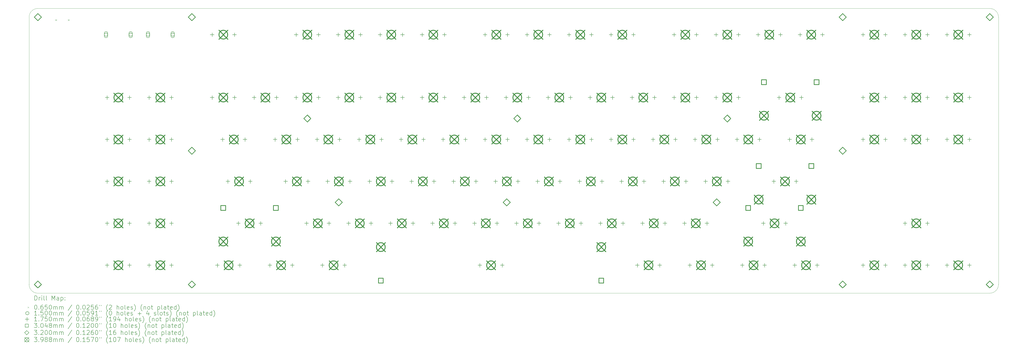
<source format=gbr>
%TF.GenerationSoftware,KiCad,Pcbnew,6.0.7-f9a2dced07~116~ubuntu22.04.1*%
%TF.CreationDate,2022-09-05T17:56:58+01:00*%
%TF.ProjectId,keyboard,6b657962-6f61-4726-942e-6b696361645f,rev?*%
%TF.SameCoordinates,Original*%
%TF.FileFunction,Drillmap*%
%TF.FilePolarity,Positive*%
%FSLAX45Y45*%
G04 Gerber Fmt 4.5, Leading zero omitted, Abs format (unit mm)*
G04 Created by KiCad (PCBNEW 6.0.7-f9a2dced07~116~ubuntu22.04.1) date 2022-09-05 17:56:58*
%MOMM*%
%LPD*%
G01*
G04 APERTURE LIST*
%ADD10C,0.100000*%
%ADD11C,0.200000*%
%ADD12C,0.065000*%
%ADD13C,0.150000*%
%ADD14C,0.175000*%
%ADD15C,0.304800*%
%ADD16C,0.320000*%
%ADD17C,0.398780*%
G04 APERTURE END LIST*
D10*
X47228125Y-24447500D02*
G75*
G03*
X47625000Y-24050625I-5J396880D01*
G01*
X3651250Y-24050625D02*
G75*
G03*
X4048125Y-24447500I396875J0D01*
G01*
X47624995Y-11906250D02*
G75*
G03*
X47228125Y-11509375I-396875J0D01*
G01*
X47228125Y-11509375D02*
X4048125Y-11509375D01*
X47625000Y-24050625D02*
X47625000Y-11906250D01*
X4048125Y-24447500D02*
X47228125Y-24447500D01*
X4048125Y-11509375D02*
G75*
G03*
X3651250Y-11906250I0J-396875D01*
G01*
X3651250Y-11906250D02*
X3651250Y-24050625D01*
D11*
D12*
X4837875Y-12003125D02*
X4902875Y-12068125D01*
X4902875Y-12003125D02*
X4837875Y-12068125D01*
X5415875Y-12003125D02*
X5480875Y-12068125D01*
X5480875Y-12003125D02*
X5415875Y-12068125D01*
D13*
X7214375Y-12700000D02*
G75*
G03*
X7214375Y-12700000I-75000J0D01*
G01*
D11*
X7214375Y-12765000D02*
X7214375Y-12635000D01*
X7064375Y-12765000D02*
X7064375Y-12635000D01*
X7214375Y-12635000D02*
G75*
G03*
X7064375Y-12635000I-75000J0D01*
G01*
X7064375Y-12765000D02*
G75*
G03*
X7214375Y-12765000I75000J0D01*
G01*
D13*
X8334375Y-12700000D02*
G75*
G03*
X8334375Y-12700000I-75000J0D01*
G01*
D11*
X8334375Y-12765000D02*
X8334375Y-12635000D01*
X8184375Y-12765000D02*
X8184375Y-12635000D01*
X8334375Y-12635000D02*
G75*
G03*
X8184375Y-12635000I-75000J0D01*
G01*
X8184375Y-12765000D02*
G75*
G03*
X8334375Y-12765000I75000J0D01*
G01*
D13*
X9119375Y-12700000D02*
G75*
G03*
X9119375Y-12700000I-75000J0D01*
G01*
D11*
X9119375Y-12765000D02*
X9119375Y-12635000D01*
X8969375Y-12765000D02*
X8969375Y-12635000D01*
X9119375Y-12635000D02*
G75*
G03*
X8969375Y-12635000I-75000J0D01*
G01*
X8969375Y-12765000D02*
G75*
G03*
X9119375Y-12765000I75000J0D01*
G01*
D13*
X10239375Y-12700000D02*
G75*
G03*
X10239375Y-12700000I-75000J0D01*
G01*
D11*
X10239375Y-12765000D02*
X10239375Y-12635000D01*
X10089375Y-12765000D02*
X10089375Y-12635000D01*
X10239375Y-12635000D02*
G75*
G03*
X10089375Y-12635000I-75000J0D01*
G01*
X10089375Y-12765000D02*
G75*
G03*
X10239375Y-12765000I75000J0D01*
G01*
D14*
X7191375Y-15470000D02*
X7191375Y-15645000D01*
X7103875Y-15557500D02*
X7278875Y-15557500D01*
X7191375Y-17375000D02*
X7191375Y-17550000D01*
X7103875Y-17462500D02*
X7278875Y-17462500D01*
X7191375Y-19280000D02*
X7191375Y-19455000D01*
X7103875Y-19367500D02*
X7278875Y-19367500D01*
X7191375Y-21185000D02*
X7191375Y-21360000D01*
X7103875Y-21272500D02*
X7278875Y-21272500D01*
X7191375Y-23090000D02*
X7191375Y-23265000D01*
X7103875Y-23177500D02*
X7278875Y-23177500D01*
X8207375Y-15470000D02*
X8207375Y-15645000D01*
X8119875Y-15557500D02*
X8294875Y-15557500D01*
X8207375Y-17375000D02*
X8207375Y-17550000D01*
X8119875Y-17462500D02*
X8294875Y-17462500D01*
X8207375Y-19280000D02*
X8207375Y-19455000D01*
X8119875Y-19367500D02*
X8294875Y-19367500D01*
X8207375Y-21185000D02*
X8207375Y-21360000D01*
X8119875Y-21272500D02*
X8294875Y-21272500D01*
X8207375Y-23090000D02*
X8207375Y-23265000D01*
X8119875Y-23177500D02*
X8294875Y-23177500D01*
X9096375Y-15470000D02*
X9096375Y-15645000D01*
X9008875Y-15557500D02*
X9183875Y-15557500D01*
X9096375Y-17375000D02*
X9096375Y-17550000D01*
X9008875Y-17462500D02*
X9183875Y-17462500D01*
X9096375Y-19280000D02*
X9096375Y-19455000D01*
X9008875Y-19367500D02*
X9183875Y-19367500D01*
X9096375Y-21185000D02*
X9096375Y-21360000D01*
X9008875Y-21272500D02*
X9183875Y-21272500D01*
X9096375Y-23090000D02*
X9096375Y-23265000D01*
X9008875Y-23177500D02*
X9183875Y-23177500D01*
X10112375Y-15470000D02*
X10112375Y-15645000D01*
X10024875Y-15557500D02*
X10199875Y-15557500D01*
X10112375Y-17375000D02*
X10112375Y-17550000D01*
X10024875Y-17462500D02*
X10199875Y-17462500D01*
X10112375Y-19280000D02*
X10112375Y-19455000D01*
X10024875Y-19367500D02*
X10199875Y-19367500D01*
X10112375Y-21185000D02*
X10112375Y-21360000D01*
X10024875Y-21272500D02*
X10199875Y-21272500D01*
X10112375Y-23090000D02*
X10112375Y-23265000D01*
X10024875Y-23177500D02*
X10199875Y-23177500D01*
X11953875Y-12612500D02*
X11953875Y-12787500D01*
X11866375Y-12700000D02*
X12041375Y-12700000D01*
X11953875Y-15470000D02*
X11953875Y-15645000D01*
X11866375Y-15557500D02*
X12041375Y-15557500D01*
X12192000Y-23090000D02*
X12192000Y-23265000D01*
X12104500Y-23177500D02*
X12279500Y-23177500D01*
X12430125Y-17375000D02*
X12430125Y-17550000D01*
X12342625Y-17462500D02*
X12517625Y-17462500D01*
X12668250Y-19280000D02*
X12668250Y-19455000D01*
X12580750Y-19367500D02*
X12755750Y-19367500D01*
X12969875Y-12612500D02*
X12969875Y-12787500D01*
X12882375Y-12700000D02*
X13057375Y-12700000D01*
X12969875Y-15470000D02*
X12969875Y-15645000D01*
X12882375Y-15557500D02*
X13057375Y-15557500D01*
X13144500Y-21185000D02*
X13144500Y-21360000D01*
X13057000Y-21272500D02*
X13232000Y-21272500D01*
X13208000Y-23090000D02*
X13208000Y-23265000D01*
X13120500Y-23177500D02*
X13295500Y-23177500D01*
X13446125Y-17375000D02*
X13446125Y-17550000D01*
X13358625Y-17462500D02*
X13533625Y-17462500D01*
X13684250Y-19280000D02*
X13684250Y-19455000D01*
X13596750Y-19367500D02*
X13771750Y-19367500D01*
X13858875Y-15470000D02*
X13858875Y-15645000D01*
X13771375Y-15557500D02*
X13946375Y-15557500D01*
X14160500Y-21185000D02*
X14160500Y-21360000D01*
X14073000Y-21272500D02*
X14248000Y-21272500D01*
X14573250Y-23090000D02*
X14573250Y-23265000D01*
X14485750Y-23177500D02*
X14660750Y-23177500D01*
X14811375Y-17375000D02*
X14811375Y-17550000D01*
X14723875Y-17462500D02*
X14898875Y-17462500D01*
X14874875Y-15470000D02*
X14874875Y-15645000D01*
X14787375Y-15557500D02*
X14962375Y-15557500D01*
X15287625Y-19280000D02*
X15287625Y-19455000D01*
X15200125Y-19367500D02*
X15375125Y-19367500D01*
X15589250Y-23090000D02*
X15589250Y-23265000D01*
X15501750Y-23177500D02*
X15676750Y-23177500D01*
X15763875Y-12612500D02*
X15763875Y-12787500D01*
X15676375Y-12700000D02*
X15851375Y-12700000D01*
X15763875Y-15470000D02*
X15763875Y-15645000D01*
X15676375Y-15557500D02*
X15851375Y-15557500D01*
X15827375Y-17375000D02*
X15827375Y-17550000D01*
X15739875Y-17462500D02*
X15914875Y-17462500D01*
X16240125Y-21185000D02*
X16240125Y-21360000D01*
X16152625Y-21272500D02*
X16327625Y-21272500D01*
X16303625Y-19280000D02*
X16303625Y-19455000D01*
X16216125Y-19367500D02*
X16391125Y-19367500D01*
X16716375Y-17375000D02*
X16716375Y-17550000D01*
X16628875Y-17462500D02*
X16803875Y-17462500D01*
X16779875Y-12612500D02*
X16779875Y-12787500D01*
X16692375Y-12700000D02*
X16867375Y-12700000D01*
X16779875Y-15470000D02*
X16779875Y-15645000D01*
X16692375Y-15557500D02*
X16867375Y-15557500D01*
X16954500Y-23090000D02*
X16954500Y-23265000D01*
X16867000Y-23177500D02*
X17042000Y-23177500D01*
X17192625Y-19280000D02*
X17192625Y-19455000D01*
X17105125Y-19367500D02*
X17280125Y-19367500D01*
X17256125Y-21185000D02*
X17256125Y-21360000D01*
X17168625Y-21272500D02*
X17343625Y-21272500D01*
X17668875Y-12612500D02*
X17668875Y-12787500D01*
X17581375Y-12700000D02*
X17756375Y-12700000D01*
X17668875Y-15470000D02*
X17668875Y-15645000D01*
X17581375Y-15557500D02*
X17756375Y-15557500D01*
X17732375Y-17375000D02*
X17732375Y-17550000D01*
X17644875Y-17462500D02*
X17819875Y-17462500D01*
X17970500Y-23090000D02*
X17970500Y-23265000D01*
X17883000Y-23177500D02*
X18058000Y-23177500D01*
X18145125Y-21185000D02*
X18145125Y-21360000D01*
X18057625Y-21272500D02*
X18232625Y-21272500D01*
X18208625Y-19280000D02*
X18208625Y-19455000D01*
X18121125Y-19367500D02*
X18296125Y-19367500D01*
X18621375Y-17375000D02*
X18621375Y-17550000D01*
X18533875Y-17462500D02*
X18708875Y-17462500D01*
X18684875Y-12612500D02*
X18684875Y-12787500D01*
X18597375Y-12700000D02*
X18772375Y-12700000D01*
X18684875Y-15470000D02*
X18684875Y-15645000D01*
X18597375Y-15557500D02*
X18772375Y-15557500D01*
X19097625Y-19280000D02*
X19097625Y-19455000D01*
X19010125Y-19367500D02*
X19185125Y-19367500D01*
X19161125Y-21185000D02*
X19161125Y-21360000D01*
X19073625Y-21272500D02*
X19248625Y-21272500D01*
X19573875Y-12612500D02*
X19573875Y-12787500D01*
X19486375Y-12700000D02*
X19661375Y-12700000D01*
X19573875Y-15470000D02*
X19573875Y-15645000D01*
X19486375Y-15557500D02*
X19661375Y-15557500D01*
X19637375Y-17375000D02*
X19637375Y-17550000D01*
X19549875Y-17462500D02*
X19724875Y-17462500D01*
X20050125Y-21185000D02*
X20050125Y-21360000D01*
X19962625Y-21272500D02*
X20137625Y-21272500D01*
X20113625Y-19280000D02*
X20113625Y-19455000D01*
X20026125Y-19367500D02*
X20201125Y-19367500D01*
X20526375Y-17375000D02*
X20526375Y-17550000D01*
X20438875Y-17462500D02*
X20613875Y-17462500D01*
X20589875Y-12612500D02*
X20589875Y-12787500D01*
X20502375Y-12700000D02*
X20677375Y-12700000D01*
X20589875Y-15470000D02*
X20589875Y-15645000D01*
X20502375Y-15557500D02*
X20677375Y-15557500D01*
X21002625Y-19280000D02*
X21002625Y-19455000D01*
X20915125Y-19367500D02*
X21090125Y-19367500D01*
X21066125Y-21185000D02*
X21066125Y-21360000D01*
X20978625Y-21272500D02*
X21153625Y-21272500D01*
X21478875Y-12612500D02*
X21478875Y-12787500D01*
X21391375Y-12700000D02*
X21566375Y-12700000D01*
X21478875Y-15470000D02*
X21478875Y-15645000D01*
X21391375Y-15557500D02*
X21566375Y-15557500D01*
X21542375Y-17375000D02*
X21542375Y-17550000D01*
X21454875Y-17462500D02*
X21629875Y-17462500D01*
X21955125Y-21185000D02*
X21955125Y-21360000D01*
X21867625Y-21272500D02*
X22042625Y-21272500D01*
X22018625Y-19280000D02*
X22018625Y-19455000D01*
X21931125Y-19367500D02*
X22106125Y-19367500D01*
X22431375Y-17375000D02*
X22431375Y-17550000D01*
X22343875Y-17462500D02*
X22518875Y-17462500D01*
X22494875Y-12612500D02*
X22494875Y-12787500D01*
X22407375Y-12700000D02*
X22582375Y-12700000D01*
X22494875Y-15470000D02*
X22494875Y-15645000D01*
X22407375Y-15557500D02*
X22582375Y-15557500D01*
X22907625Y-19280000D02*
X22907625Y-19455000D01*
X22820125Y-19367500D02*
X22995125Y-19367500D01*
X22971125Y-21185000D02*
X22971125Y-21360000D01*
X22883625Y-21272500D02*
X23058625Y-21272500D01*
X23383875Y-15470000D02*
X23383875Y-15645000D01*
X23296375Y-15557500D02*
X23471375Y-15557500D01*
X23447375Y-17375000D02*
X23447375Y-17550000D01*
X23359875Y-17462500D02*
X23534875Y-17462500D01*
X23860125Y-21185000D02*
X23860125Y-21360000D01*
X23772625Y-21272500D02*
X23947625Y-21272500D01*
X23923625Y-19280000D02*
X23923625Y-19455000D01*
X23836125Y-19367500D02*
X24011125Y-19367500D01*
X24098250Y-23090000D02*
X24098250Y-23265000D01*
X24010750Y-23177500D02*
X24185750Y-23177500D01*
X24336375Y-12612500D02*
X24336375Y-12787500D01*
X24248875Y-12700000D02*
X24423875Y-12700000D01*
X24336375Y-17375000D02*
X24336375Y-17550000D01*
X24248875Y-17462500D02*
X24423875Y-17462500D01*
X24399875Y-15470000D02*
X24399875Y-15645000D01*
X24312375Y-15557500D02*
X24487375Y-15557500D01*
X24812625Y-19280000D02*
X24812625Y-19455000D01*
X24725125Y-19367500D02*
X24900125Y-19367500D01*
X24876125Y-21185000D02*
X24876125Y-21360000D01*
X24788625Y-21272500D02*
X24963625Y-21272500D01*
X25114250Y-23090000D02*
X25114250Y-23265000D01*
X25026750Y-23177500D02*
X25201750Y-23177500D01*
X25288875Y-15470000D02*
X25288875Y-15645000D01*
X25201375Y-15557500D02*
X25376375Y-15557500D01*
X25352375Y-12612500D02*
X25352375Y-12787500D01*
X25264875Y-12700000D02*
X25439875Y-12700000D01*
X25352375Y-17375000D02*
X25352375Y-17550000D01*
X25264875Y-17462500D02*
X25439875Y-17462500D01*
X25765125Y-21185000D02*
X25765125Y-21360000D01*
X25677625Y-21272500D02*
X25852625Y-21272500D01*
X25828625Y-19280000D02*
X25828625Y-19455000D01*
X25741125Y-19367500D02*
X25916125Y-19367500D01*
X26241375Y-12612500D02*
X26241375Y-12787500D01*
X26153875Y-12700000D02*
X26328875Y-12700000D01*
X26241375Y-17375000D02*
X26241375Y-17550000D01*
X26153875Y-17462500D02*
X26328875Y-17462500D01*
X26304875Y-15470000D02*
X26304875Y-15645000D01*
X26217375Y-15557500D02*
X26392375Y-15557500D01*
X26717625Y-19280000D02*
X26717625Y-19455000D01*
X26630125Y-19367500D02*
X26805125Y-19367500D01*
X26781125Y-21185000D02*
X26781125Y-21360000D01*
X26693625Y-21272500D02*
X26868625Y-21272500D01*
X27193875Y-15470000D02*
X27193875Y-15645000D01*
X27106375Y-15557500D02*
X27281375Y-15557500D01*
X27257375Y-12612500D02*
X27257375Y-12787500D01*
X27169875Y-12700000D02*
X27344875Y-12700000D01*
X27257375Y-17375000D02*
X27257375Y-17550000D01*
X27169875Y-17462500D02*
X27344875Y-17462500D01*
X27670125Y-21185000D02*
X27670125Y-21360000D01*
X27582625Y-21272500D02*
X27757625Y-21272500D01*
X27733625Y-19280000D02*
X27733625Y-19455000D01*
X27646125Y-19367500D02*
X27821125Y-19367500D01*
X28146375Y-12612500D02*
X28146375Y-12787500D01*
X28058875Y-12700000D02*
X28233875Y-12700000D01*
X28146375Y-17375000D02*
X28146375Y-17550000D01*
X28058875Y-17462500D02*
X28233875Y-17462500D01*
X28209875Y-15470000D02*
X28209875Y-15645000D01*
X28122375Y-15557500D02*
X28297375Y-15557500D01*
X28622625Y-19280000D02*
X28622625Y-19455000D01*
X28535125Y-19367500D02*
X28710125Y-19367500D01*
X28686125Y-21185000D02*
X28686125Y-21360000D01*
X28598625Y-21272500D02*
X28773625Y-21272500D01*
X29098875Y-15470000D02*
X29098875Y-15645000D01*
X29011375Y-15557500D02*
X29186375Y-15557500D01*
X29162375Y-12612500D02*
X29162375Y-12787500D01*
X29074875Y-12700000D02*
X29249875Y-12700000D01*
X29162375Y-17375000D02*
X29162375Y-17550000D01*
X29074875Y-17462500D02*
X29249875Y-17462500D01*
X29575125Y-21185000D02*
X29575125Y-21360000D01*
X29487625Y-21272500D02*
X29662625Y-21272500D01*
X29638625Y-19280000D02*
X29638625Y-19455000D01*
X29551125Y-19367500D02*
X29726125Y-19367500D01*
X30051375Y-12612500D02*
X30051375Y-12787500D01*
X29963875Y-12700000D02*
X30138875Y-12700000D01*
X30051375Y-17375000D02*
X30051375Y-17550000D01*
X29963875Y-17462500D02*
X30138875Y-17462500D01*
X30114875Y-15470000D02*
X30114875Y-15645000D01*
X30027375Y-15557500D02*
X30202375Y-15557500D01*
X30527625Y-19280000D02*
X30527625Y-19455000D01*
X30440125Y-19367500D02*
X30615125Y-19367500D01*
X30591125Y-21185000D02*
X30591125Y-21360000D01*
X30503625Y-21272500D02*
X30678625Y-21272500D01*
X31003875Y-15470000D02*
X31003875Y-15645000D01*
X30916375Y-15557500D02*
X31091375Y-15557500D01*
X31067375Y-12612500D02*
X31067375Y-12787500D01*
X30979875Y-12700000D02*
X31154875Y-12700000D01*
X31067375Y-17375000D02*
X31067375Y-17550000D01*
X30979875Y-17462500D02*
X31154875Y-17462500D01*
X31242000Y-23090000D02*
X31242000Y-23265000D01*
X31154500Y-23177500D02*
X31329500Y-23177500D01*
X31480125Y-21185000D02*
X31480125Y-21360000D01*
X31392625Y-21272500D02*
X31567625Y-21272500D01*
X31543625Y-19280000D02*
X31543625Y-19455000D01*
X31456125Y-19367500D02*
X31631125Y-19367500D01*
X31956375Y-17375000D02*
X31956375Y-17550000D01*
X31868875Y-17462500D02*
X32043875Y-17462500D01*
X32019875Y-15470000D02*
X32019875Y-15645000D01*
X31932375Y-15557500D02*
X32107375Y-15557500D01*
X32258000Y-23090000D02*
X32258000Y-23265000D01*
X32170500Y-23177500D02*
X32345500Y-23177500D01*
X32432625Y-19280000D02*
X32432625Y-19455000D01*
X32345125Y-19367500D02*
X32520125Y-19367500D01*
X32496125Y-21185000D02*
X32496125Y-21360000D01*
X32408625Y-21272500D02*
X32583625Y-21272500D01*
X32908875Y-12612500D02*
X32908875Y-12787500D01*
X32821375Y-12700000D02*
X32996375Y-12700000D01*
X32908875Y-15470000D02*
X32908875Y-15645000D01*
X32821375Y-15557500D02*
X32996375Y-15557500D01*
X32972375Y-17375000D02*
X32972375Y-17550000D01*
X32884875Y-17462500D02*
X33059875Y-17462500D01*
X33385125Y-21185000D02*
X33385125Y-21360000D01*
X33297625Y-21272500D02*
X33472625Y-21272500D01*
X33448625Y-19280000D02*
X33448625Y-19455000D01*
X33361125Y-19367500D02*
X33536125Y-19367500D01*
X33623250Y-23090000D02*
X33623250Y-23265000D01*
X33535750Y-23177500D02*
X33710750Y-23177500D01*
X33861375Y-17375000D02*
X33861375Y-17550000D01*
X33773875Y-17462500D02*
X33948875Y-17462500D01*
X33924875Y-12612500D02*
X33924875Y-12787500D01*
X33837375Y-12700000D02*
X34012375Y-12700000D01*
X33924875Y-15470000D02*
X33924875Y-15645000D01*
X33837375Y-15557500D02*
X34012375Y-15557500D01*
X34337625Y-19280000D02*
X34337625Y-19455000D01*
X34250125Y-19367500D02*
X34425125Y-19367500D01*
X34401125Y-21185000D02*
X34401125Y-21360000D01*
X34313625Y-21272500D02*
X34488625Y-21272500D01*
X34639250Y-23090000D02*
X34639250Y-23265000D01*
X34551750Y-23177500D02*
X34726750Y-23177500D01*
X34813875Y-12612500D02*
X34813875Y-12787500D01*
X34726375Y-12700000D02*
X34901375Y-12700000D01*
X34813875Y-15470000D02*
X34813875Y-15645000D01*
X34726375Y-15557500D02*
X34901375Y-15557500D01*
X34877375Y-17375000D02*
X34877375Y-17550000D01*
X34789875Y-17462500D02*
X34964875Y-17462500D01*
X35353625Y-19280000D02*
X35353625Y-19455000D01*
X35266125Y-19367500D02*
X35441125Y-19367500D01*
X35766375Y-17375000D02*
X35766375Y-17550000D01*
X35678875Y-17462500D02*
X35853875Y-17462500D01*
X35829875Y-12612500D02*
X35829875Y-12787500D01*
X35742375Y-12700000D02*
X35917375Y-12700000D01*
X35829875Y-15470000D02*
X35829875Y-15645000D01*
X35742375Y-15557500D02*
X35917375Y-15557500D01*
X36004500Y-23090000D02*
X36004500Y-23265000D01*
X35917000Y-23177500D02*
X36092000Y-23177500D01*
X36718875Y-12612500D02*
X36718875Y-12787500D01*
X36631375Y-12700000D02*
X36806375Y-12700000D01*
X36782375Y-17375000D02*
X36782375Y-17550000D01*
X36694875Y-17462500D02*
X36869875Y-17462500D01*
X36957000Y-21185000D02*
X36957000Y-21360000D01*
X36869500Y-21272500D02*
X37044500Y-21272500D01*
X37020500Y-23090000D02*
X37020500Y-23265000D01*
X36933000Y-23177500D02*
X37108000Y-23177500D01*
X37433250Y-19280000D02*
X37433250Y-19455000D01*
X37345750Y-19367500D02*
X37520750Y-19367500D01*
X37671375Y-15470000D02*
X37671375Y-15645000D01*
X37583875Y-15557500D02*
X37758875Y-15557500D01*
X37734875Y-12612500D02*
X37734875Y-12787500D01*
X37647375Y-12700000D02*
X37822375Y-12700000D01*
X37973000Y-21185000D02*
X37973000Y-21360000D01*
X37885500Y-21272500D02*
X38060500Y-21272500D01*
X38147625Y-17375000D02*
X38147625Y-17550000D01*
X38060125Y-17462500D02*
X38235125Y-17462500D01*
X38385750Y-23090000D02*
X38385750Y-23265000D01*
X38298250Y-23177500D02*
X38473250Y-23177500D01*
X38449250Y-19280000D02*
X38449250Y-19455000D01*
X38361750Y-19367500D02*
X38536750Y-19367500D01*
X38623875Y-12612500D02*
X38623875Y-12787500D01*
X38536375Y-12700000D02*
X38711375Y-12700000D01*
X38687375Y-15470000D02*
X38687375Y-15645000D01*
X38599875Y-15557500D02*
X38774875Y-15557500D01*
X39163625Y-17375000D02*
X39163625Y-17550000D01*
X39076125Y-17462500D02*
X39251125Y-17462500D01*
X39401750Y-23090000D02*
X39401750Y-23265000D01*
X39314250Y-23177500D02*
X39489250Y-23177500D01*
X39639875Y-12612500D02*
X39639875Y-12787500D01*
X39552375Y-12700000D02*
X39727375Y-12700000D01*
X41481375Y-12612500D02*
X41481375Y-12787500D01*
X41393875Y-12700000D02*
X41568875Y-12700000D01*
X41481375Y-15470000D02*
X41481375Y-15645000D01*
X41393875Y-15557500D02*
X41568875Y-15557500D01*
X41481375Y-17375000D02*
X41481375Y-17550000D01*
X41393875Y-17462500D02*
X41568875Y-17462500D01*
X41481375Y-23090000D02*
X41481375Y-23265000D01*
X41393875Y-23177500D02*
X41568875Y-23177500D01*
X42497375Y-12612500D02*
X42497375Y-12787500D01*
X42409875Y-12700000D02*
X42584875Y-12700000D01*
X42497375Y-15470000D02*
X42497375Y-15645000D01*
X42409875Y-15557500D02*
X42584875Y-15557500D01*
X42497375Y-17375000D02*
X42497375Y-17550000D01*
X42409875Y-17462500D02*
X42584875Y-17462500D01*
X42497375Y-23090000D02*
X42497375Y-23265000D01*
X42409875Y-23177500D02*
X42584875Y-23177500D01*
X43386375Y-12612500D02*
X43386375Y-12787500D01*
X43298875Y-12700000D02*
X43473875Y-12700000D01*
X43386375Y-15470000D02*
X43386375Y-15645000D01*
X43298875Y-15557500D02*
X43473875Y-15557500D01*
X43386375Y-17375000D02*
X43386375Y-17550000D01*
X43298875Y-17462500D02*
X43473875Y-17462500D01*
X43386375Y-21185000D02*
X43386375Y-21360000D01*
X43298875Y-21272500D02*
X43473875Y-21272500D01*
X43386375Y-23090000D02*
X43386375Y-23265000D01*
X43298875Y-23177500D02*
X43473875Y-23177500D01*
X44402375Y-12612500D02*
X44402375Y-12787500D01*
X44314875Y-12700000D02*
X44489875Y-12700000D01*
X44402375Y-15470000D02*
X44402375Y-15645000D01*
X44314875Y-15557500D02*
X44489875Y-15557500D01*
X44402375Y-17375000D02*
X44402375Y-17550000D01*
X44314875Y-17462500D02*
X44489875Y-17462500D01*
X44402375Y-21185000D02*
X44402375Y-21360000D01*
X44314875Y-21272500D02*
X44489875Y-21272500D01*
X44402375Y-23090000D02*
X44402375Y-23265000D01*
X44314875Y-23177500D02*
X44489875Y-23177500D01*
X45291375Y-12612500D02*
X45291375Y-12787500D01*
X45203875Y-12700000D02*
X45378875Y-12700000D01*
X45291375Y-15470000D02*
X45291375Y-15645000D01*
X45203875Y-15557500D02*
X45378875Y-15557500D01*
X45291375Y-17375000D02*
X45291375Y-17550000D01*
X45203875Y-17462500D02*
X45378875Y-17462500D01*
X45291375Y-23090000D02*
X45291375Y-23265000D01*
X45203875Y-23177500D02*
X45378875Y-23177500D01*
X46307375Y-12612500D02*
X46307375Y-12787500D01*
X46219875Y-12700000D02*
X46394875Y-12700000D01*
X46307375Y-15470000D02*
X46307375Y-15645000D01*
X46219875Y-15557500D02*
X46394875Y-15557500D01*
X46307375Y-17375000D02*
X46307375Y-17550000D01*
X46219875Y-17462500D02*
X46394875Y-17462500D01*
X46307375Y-23090000D02*
X46307375Y-23265000D01*
X46219875Y-23177500D02*
X46394875Y-23177500D01*
D15*
X12566464Y-20681764D02*
X12566464Y-20466236D01*
X12350936Y-20466236D01*
X12350936Y-20681764D01*
X12566464Y-20681764D01*
X14954064Y-20681764D02*
X14954064Y-20466236D01*
X14738536Y-20466236D01*
X14738536Y-20681764D01*
X14954064Y-20681764D01*
X19714024Y-23983764D02*
X19714024Y-23768236D01*
X19498496Y-23768236D01*
X19498496Y-23983764D01*
X19714024Y-23983764D01*
X29714004Y-23983764D02*
X29714004Y-23768236D01*
X29498476Y-23768236D01*
X29498476Y-23983764D01*
X29714004Y-23983764D01*
X36378964Y-20681764D02*
X36378964Y-20466236D01*
X36163436Y-20466236D01*
X36163436Y-20681764D01*
X36378964Y-20681764D01*
X36855214Y-18776764D02*
X36855214Y-18561236D01*
X36639686Y-18561236D01*
X36639686Y-18776764D01*
X36855214Y-18776764D01*
X37093339Y-14966764D02*
X37093339Y-14751236D01*
X36877811Y-14751236D01*
X36877811Y-14966764D01*
X37093339Y-14966764D01*
X38766564Y-20681764D02*
X38766564Y-20466236D01*
X38551036Y-20466236D01*
X38551036Y-20681764D01*
X38766564Y-20681764D01*
X39242814Y-18776764D02*
X39242814Y-18561236D01*
X39027286Y-18561236D01*
X39027286Y-18776764D01*
X39242814Y-18776764D01*
X39480939Y-14966764D02*
X39480939Y-14751236D01*
X39265411Y-14751236D01*
X39265411Y-14966764D01*
X39480939Y-14966764D01*
D16*
X4048125Y-12066250D02*
X4208125Y-11906250D01*
X4048125Y-11746250D01*
X3888125Y-11906250D01*
X4048125Y-12066250D01*
X4048125Y-24210625D02*
X4208125Y-24050625D01*
X4048125Y-23890625D01*
X3888125Y-24050625D01*
X4048125Y-24210625D01*
X11033125Y-12066250D02*
X11193125Y-11906250D01*
X11033125Y-11746250D01*
X10873125Y-11906250D01*
X11033125Y-12066250D01*
X11033125Y-18138438D02*
X11193125Y-17978438D01*
X11033125Y-17818438D01*
X10873125Y-17978438D01*
X11033125Y-18138438D01*
X11033125Y-24210625D02*
X11193125Y-24050625D01*
X11033125Y-23890625D01*
X10873125Y-24050625D01*
X11033125Y-24210625D01*
X16271875Y-16670000D02*
X16431875Y-16510000D01*
X16271875Y-16350000D01*
X16111875Y-16510000D01*
X16271875Y-16670000D01*
X17700625Y-20480000D02*
X17860625Y-20320000D01*
X17700625Y-20160000D01*
X17540625Y-20320000D01*
X17700625Y-20480000D01*
X25320625Y-20480000D02*
X25480625Y-20320000D01*
X25320625Y-20160000D01*
X25160625Y-20320000D01*
X25320625Y-20480000D01*
X25796875Y-16670000D02*
X25956875Y-16510000D01*
X25796875Y-16350000D01*
X25636875Y-16510000D01*
X25796875Y-16670000D01*
X34845625Y-20480000D02*
X35005625Y-20320000D01*
X34845625Y-20160000D01*
X34685625Y-20320000D01*
X34845625Y-20480000D01*
X35321875Y-16670000D02*
X35481875Y-16510000D01*
X35321875Y-16350000D01*
X35161875Y-16510000D01*
X35321875Y-16670000D01*
X40560625Y-12066250D02*
X40720625Y-11906250D01*
X40560625Y-11746250D01*
X40400625Y-11906250D01*
X40560625Y-12066250D01*
X40560625Y-18138438D02*
X40720625Y-17978438D01*
X40560625Y-17818438D01*
X40400625Y-17978438D01*
X40560625Y-18138438D01*
X40560625Y-24210625D02*
X40720625Y-24050625D01*
X40560625Y-23890625D01*
X40400625Y-24050625D01*
X40560625Y-24210625D01*
X47228125Y-12066250D02*
X47388125Y-11906250D01*
X47228125Y-11746250D01*
X47068125Y-11906250D01*
X47228125Y-12066250D01*
X47228125Y-24210625D02*
X47388125Y-24050625D01*
X47228125Y-23890625D01*
X47068125Y-24050625D01*
X47228125Y-24210625D01*
D17*
X7499985Y-15358110D02*
X7898765Y-15756890D01*
X7898765Y-15358110D02*
X7499985Y-15756890D01*
X7898765Y-15557500D02*
G75*
G03*
X7898765Y-15557500I-199390J0D01*
G01*
X7499985Y-17263110D02*
X7898765Y-17661890D01*
X7898765Y-17263110D02*
X7499985Y-17661890D01*
X7898765Y-17462500D02*
G75*
G03*
X7898765Y-17462500I-199390J0D01*
G01*
X7499985Y-19168110D02*
X7898765Y-19566890D01*
X7898765Y-19168110D02*
X7499985Y-19566890D01*
X7898765Y-19367500D02*
G75*
G03*
X7898765Y-19367500I-199390J0D01*
G01*
X7499985Y-21073110D02*
X7898765Y-21471890D01*
X7898765Y-21073110D02*
X7499985Y-21471890D01*
X7898765Y-21272500D02*
G75*
G03*
X7898765Y-21272500I-199390J0D01*
G01*
X7499985Y-22978110D02*
X7898765Y-23376890D01*
X7898765Y-22978110D02*
X7499985Y-23376890D01*
X7898765Y-23177500D02*
G75*
G03*
X7898765Y-23177500I-199390J0D01*
G01*
X9404985Y-15358110D02*
X9803765Y-15756890D01*
X9803765Y-15358110D02*
X9404985Y-15756890D01*
X9803765Y-15557500D02*
G75*
G03*
X9803765Y-15557500I-199390J0D01*
G01*
X9404985Y-17263110D02*
X9803765Y-17661890D01*
X9803765Y-17263110D02*
X9404985Y-17661890D01*
X9803765Y-17462500D02*
G75*
G03*
X9803765Y-17462500I-199390J0D01*
G01*
X9404985Y-19168110D02*
X9803765Y-19566890D01*
X9803765Y-19168110D02*
X9404985Y-19566890D01*
X9803765Y-19367500D02*
G75*
G03*
X9803765Y-19367500I-199390J0D01*
G01*
X9404985Y-21073110D02*
X9803765Y-21471890D01*
X9803765Y-21073110D02*
X9404985Y-21471890D01*
X9803765Y-21272500D02*
G75*
G03*
X9803765Y-21272500I-199390J0D01*
G01*
X9404985Y-22978110D02*
X9803765Y-23376890D01*
X9803765Y-22978110D02*
X9404985Y-23376890D01*
X9803765Y-23177500D02*
G75*
G03*
X9803765Y-23177500I-199390J0D01*
G01*
X12259310Y-21898610D02*
X12658090Y-22297390D01*
X12658090Y-21898610D02*
X12259310Y-22297390D01*
X12658090Y-22098000D02*
G75*
G03*
X12658090Y-22098000I-199390J0D01*
G01*
X12262485Y-12500610D02*
X12661265Y-12899390D01*
X12661265Y-12500610D02*
X12262485Y-12899390D01*
X12661265Y-12700000D02*
G75*
G03*
X12661265Y-12700000I-199390J0D01*
G01*
X12262485Y-15358110D02*
X12661265Y-15756890D01*
X12661265Y-15358110D02*
X12262485Y-15756890D01*
X12661265Y-15557500D02*
G75*
G03*
X12661265Y-15557500I-199390J0D01*
G01*
X12500610Y-22978110D02*
X12899390Y-23376890D01*
X12899390Y-22978110D02*
X12500610Y-23376890D01*
X12899390Y-23177500D02*
G75*
G03*
X12899390Y-23177500I-199390J0D01*
G01*
X12738735Y-17263110D02*
X13137515Y-17661890D01*
X13137515Y-17263110D02*
X12738735Y-17661890D01*
X13137515Y-17462500D02*
G75*
G03*
X13137515Y-17462500I-199390J0D01*
G01*
X12976860Y-19168110D02*
X13375640Y-19566890D01*
X13375640Y-19168110D02*
X12976860Y-19566890D01*
X13375640Y-19367500D02*
G75*
G03*
X13375640Y-19367500I-199390J0D01*
G01*
X13453110Y-21073110D02*
X13851890Y-21471890D01*
X13851890Y-21073110D02*
X13453110Y-21471890D01*
X13851890Y-21272500D02*
G75*
G03*
X13851890Y-21272500I-199390J0D01*
G01*
X14167485Y-15358110D02*
X14566265Y-15756890D01*
X14566265Y-15358110D02*
X14167485Y-15756890D01*
X14566265Y-15557500D02*
G75*
G03*
X14566265Y-15557500I-199390J0D01*
G01*
X14646910Y-21898610D02*
X15045690Y-22297390D01*
X15045690Y-21898610D02*
X14646910Y-22297390D01*
X15045690Y-22098000D02*
G75*
G03*
X15045690Y-22098000I-199390J0D01*
G01*
X14881860Y-22978110D02*
X15280640Y-23376890D01*
X15280640Y-22978110D02*
X14881860Y-23376890D01*
X15280640Y-23177500D02*
G75*
G03*
X15280640Y-23177500I-199390J0D01*
G01*
X15119985Y-17263110D02*
X15518765Y-17661890D01*
X15518765Y-17263110D02*
X15119985Y-17661890D01*
X15518765Y-17462500D02*
G75*
G03*
X15518765Y-17462500I-199390J0D01*
G01*
X15596235Y-19168110D02*
X15995015Y-19566890D01*
X15995015Y-19168110D02*
X15596235Y-19566890D01*
X15995015Y-19367500D02*
G75*
G03*
X15995015Y-19367500I-199390J0D01*
G01*
X16072485Y-12500610D02*
X16471265Y-12899390D01*
X16471265Y-12500610D02*
X16072485Y-12899390D01*
X16471265Y-12700000D02*
G75*
G03*
X16471265Y-12700000I-199390J0D01*
G01*
X16072485Y-15358110D02*
X16471265Y-15756890D01*
X16471265Y-15358110D02*
X16072485Y-15756890D01*
X16471265Y-15557500D02*
G75*
G03*
X16471265Y-15557500I-199390J0D01*
G01*
X16548735Y-21073110D02*
X16947515Y-21471890D01*
X16947515Y-21073110D02*
X16548735Y-21471890D01*
X16947515Y-21272500D02*
G75*
G03*
X16947515Y-21272500I-199390J0D01*
G01*
X17024985Y-17263110D02*
X17423765Y-17661890D01*
X17423765Y-17263110D02*
X17024985Y-17661890D01*
X17423765Y-17462500D02*
G75*
G03*
X17423765Y-17462500I-199390J0D01*
G01*
X17263110Y-22978110D02*
X17661890Y-23376890D01*
X17661890Y-22978110D02*
X17263110Y-23376890D01*
X17661890Y-23177500D02*
G75*
G03*
X17661890Y-23177500I-199390J0D01*
G01*
X17501235Y-19168110D02*
X17900015Y-19566890D01*
X17900015Y-19168110D02*
X17501235Y-19566890D01*
X17900015Y-19367500D02*
G75*
G03*
X17900015Y-19367500I-199390J0D01*
G01*
X17977485Y-12500610D02*
X18376265Y-12899390D01*
X18376265Y-12500610D02*
X17977485Y-12899390D01*
X18376265Y-12700000D02*
G75*
G03*
X18376265Y-12700000I-199390J0D01*
G01*
X17977485Y-15358110D02*
X18376265Y-15756890D01*
X18376265Y-15358110D02*
X17977485Y-15756890D01*
X18376265Y-15557500D02*
G75*
G03*
X18376265Y-15557500I-199390J0D01*
G01*
X18453735Y-21073110D02*
X18852515Y-21471890D01*
X18852515Y-21073110D02*
X18453735Y-21471890D01*
X18852515Y-21272500D02*
G75*
G03*
X18852515Y-21272500I-199390J0D01*
G01*
X18929985Y-17263110D02*
X19328765Y-17661890D01*
X19328765Y-17263110D02*
X18929985Y-17661890D01*
X19328765Y-17462500D02*
G75*
G03*
X19328765Y-17462500I-199390J0D01*
G01*
X19406235Y-19168110D02*
X19805015Y-19566890D01*
X19805015Y-19168110D02*
X19406235Y-19566890D01*
X19805015Y-19367500D02*
G75*
G03*
X19805015Y-19367500I-199390J0D01*
G01*
X19406870Y-22152610D02*
X19805650Y-22551390D01*
X19805650Y-22152610D02*
X19406870Y-22551390D01*
X19805650Y-22352000D02*
G75*
G03*
X19805650Y-22352000I-199390J0D01*
G01*
X19882485Y-12500610D02*
X20281265Y-12899390D01*
X20281265Y-12500610D02*
X19882485Y-12899390D01*
X20281265Y-12700000D02*
G75*
G03*
X20281265Y-12700000I-199390J0D01*
G01*
X19882485Y-15358110D02*
X20281265Y-15756890D01*
X20281265Y-15358110D02*
X19882485Y-15756890D01*
X20281265Y-15557500D02*
G75*
G03*
X20281265Y-15557500I-199390J0D01*
G01*
X20358735Y-21073110D02*
X20757515Y-21471890D01*
X20757515Y-21073110D02*
X20358735Y-21471890D01*
X20757515Y-21272500D02*
G75*
G03*
X20757515Y-21272500I-199390J0D01*
G01*
X20834985Y-17263110D02*
X21233765Y-17661890D01*
X21233765Y-17263110D02*
X20834985Y-17661890D01*
X21233765Y-17462500D02*
G75*
G03*
X21233765Y-17462500I-199390J0D01*
G01*
X21311235Y-19168110D02*
X21710015Y-19566890D01*
X21710015Y-19168110D02*
X21311235Y-19566890D01*
X21710015Y-19367500D02*
G75*
G03*
X21710015Y-19367500I-199390J0D01*
G01*
X21787485Y-12500610D02*
X22186265Y-12899390D01*
X22186265Y-12500610D02*
X21787485Y-12899390D01*
X22186265Y-12700000D02*
G75*
G03*
X22186265Y-12700000I-199390J0D01*
G01*
X21787485Y-15358110D02*
X22186265Y-15756890D01*
X22186265Y-15358110D02*
X21787485Y-15756890D01*
X22186265Y-15557500D02*
G75*
G03*
X22186265Y-15557500I-199390J0D01*
G01*
X22263735Y-21073110D02*
X22662515Y-21471890D01*
X22662515Y-21073110D02*
X22263735Y-21471890D01*
X22662515Y-21272500D02*
G75*
G03*
X22662515Y-21272500I-199390J0D01*
G01*
X22739985Y-17263110D02*
X23138765Y-17661890D01*
X23138765Y-17263110D02*
X22739985Y-17661890D01*
X23138765Y-17462500D02*
G75*
G03*
X23138765Y-17462500I-199390J0D01*
G01*
X23216235Y-19168110D02*
X23615015Y-19566890D01*
X23615015Y-19168110D02*
X23216235Y-19566890D01*
X23615015Y-19367500D02*
G75*
G03*
X23615015Y-19367500I-199390J0D01*
G01*
X23692485Y-15358110D02*
X24091265Y-15756890D01*
X24091265Y-15358110D02*
X23692485Y-15756890D01*
X24091265Y-15557500D02*
G75*
G03*
X24091265Y-15557500I-199390J0D01*
G01*
X24168735Y-21073110D02*
X24567515Y-21471890D01*
X24567515Y-21073110D02*
X24168735Y-21471890D01*
X24567515Y-21272500D02*
G75*
G03*
X24567515Y-21272500I-199390J0D01*
G01*
X24406860Y-22978110D02*
X24805640Y-23376890D01*
X24805640Y-22978110D02*
X24406860Y-23376890D01*
X24805640Y-23177500D02*
G75*
G03*
X24805640Y-23177500I-199390J0D01*
G01*
X24644985Y-12500610D02*
X25043765Y-12899390D01*
X25043765Y-12500610D02*
X24644985Y-12899390D01*
X25043765Y-12700000D02*
G75*
G03*
X25043765Y-12700000I-199390J0D01*
G01*
X24644985Y-17263110D02*
X25043765Y-17661890D01*
X25043765Y-17263110D02*
X24644985Y-17661890D01*
X25043765Y-17462500D02*
G75*
G03*
X25043765Y-17462500I-199390J0D01*
G01*
X25121235Y-19168110D02*
X25520015Y-19566890D01*
X25520015Y-19168110D02*
X25121235Y-19566890D01*
X25520015Y-19367500D02*
G75*
G03*
X25520015Y-19367500I-199390J0D01*
G01*
X25597485Y-15358110D02*
X25996265Y-15756890D01*
X25996265Y-15358110D02*
X25597485Y-15756890D01*
X25996265Y-15557500D02*
G75*
G03*
X25996265Y-15557500I-199390J0D01*
G01*
X26073735Y-21073110D02*
X26472515Y-21471890D01*
X26472515Y-21073110D02*
X26073735Y-21471890D01*
X26472515Y-21272500D02*
G75*
G03*
X26472515Y-21272500I-199390J0D01*
G01*
X26549985Y-12500610D02*
X26948765Y-12899390D01*
X26948765Y-12500610D02*
X26549985Y-12899390D01*
X26948765Y-12700000D02*
G75*
G03*
X26948765Y-12700000I-199390J0D01*
G01*
X26549985Y-17263110D02*
X26948765Y-17661890D01*
X26948765Y-17263110D02*
X26549985Y-17661890D01*
X26948765Y-17462500D02*
G75*
G03*
X26948765Y-17462500I-199390J0D01*
G01*
X27026235Y-19168110D02*
X27425015Y-19566890D01*
X27425015Y-19168110D02*
X27026235Y-19566890D01*
X27425015Y-19367500D02*
G75*
G03*
X27425015Y-19367500I-199390J0D01*
G01*
X27502485Y-15358110D02*
X27901265Y-15756890D01*
X27901265Y-15358110D02*
X27502485Y-15756890D01*
X27901265Y-15557500D02*
G75*
G03*
X27901265Y-15557500I-199390J0D01*
G01*
X27978735Y-21073110D02*
X28377515Y-21471890D01*
X28377515Y-21073110D02*
X27978735Y-21471890D01*
X28377515Y-21272500D02*
G75*
G03*
X28377515Y-21272500I-199390J0D01*
G01*
X28454985Y-12500610D02*
X28853765Y-12899390D01*
X28853765Y-12500610D02*
X28454985Y-12899390D01*
X28853765Y-12700000D02*
G75*
G03*
X28853765Y-12700000I-199390J0D01*
G01*
X28454985Y-17263110D02*
X28853765Y-17661890D01*
X28853765Y-17263110D02*
X28454985Y-17661890D01*
X28853765Y-17462500D02*
G75*
G03*
X28853765Y-17462500I-199390J0D01*
G01*
X28931235Y-19168110D02*
X29330015Y-19566890D01*
X29330015Y-19168110D02*
X28931235Y-19566890D01*
X29330015Y-19367500D02*
G75*
G03*
X29330015Y-19367500I-199390J0D01*
G01*
X29406850Y-22152610D02*
X29805630Y-22551390D01*
X29805630Y-22152610D02*
X29406850Y-22551390D01*
X29805630Y-22352000D02*
G75*
G03*
X29805630Y-22352000I-199390J0D01*
G01*
X29407485Y-15358110D02*
X29806265Y-15756890D01*
X29806265Y-15358110D02*
X29407485Y-15756890D01*
X29806265Y-15557500D02*
G75*
G03*
X29806265Y-15557500I-199390J0D01*
G01*
X29883735Y-21073110D02*
X30282515Y-21471890D01*
X30282515Y-21073110D02*
X29883735Y-21471890D01*
X30282515Y-21272500D02*
G75*
G03*
X30282515Y-21272500I-199390J0D01*
G01*
X30359985Y-12500610D02*
X30758765Y-12899390D01*
X30758765Y-12500610D02*
X30359985Y-12899390D01*
X30758765Y-12700000D02*
G75*
G03*
X30758765Y-12700000I-199390J0D01*
G01*
X30359985Y-17263110D02*
X30758765Y-17661890D01*
X30758765Y-17263110D02*
X30359985Y-17661890D01*
X30758765Y-17462500D02*
G75*
G03*
X30758765Y-17462500I-199390J0D01*
G01*
X30836235Y-19168110D02*
X31235015Y-19566890D01*
X31235015Y-19168110D02*
X30836235Y-19566890D01*
X31235015Y-19367500D02*
G75*
G03*
X31235015Y-19367500I-199390J0D01*
G01*
X31312485Y-15358110D02*
X31711265Y-15756890D01*
X31711265Y-15358110D02*
X31312485Y-15756890D01*
X31711265Y-15557500D02*
G75*
G03*
X31711265Y-15557500I-199390J0D01*
G01*
X31550610Y-22978110D02*
X31949390Y-23376890D01*
X31949390Y-22978110D02*
X31550610Y-23376890D01*
X31949390Y-23177500D02*
G75*
G03*
X31949390Y-23177500I-199390J0D01*
G01*
X31788735Y-21073110D02*
X32187515Y-21471890D01*
X32187515Y-21073110D02*
X31788735Y-21471890D01*
X32187515Y-21272500D02*
G75*
G03*
X32187515Y-21272500I-199390J0D01*
G01*
X32264985Y-17263110D02*
X32663765Y-17661890D01*
X32663765Y-17263110D02*
X32264985Y-17661890D01*
X32663765Y-17462500D02*
G75*
G03*
X32663765Y-17462500I-199390J0D01*
G01*
X32741235Y-19168110D02*
X33140015Y-19566890D01*
X33140015Y-19168110D02*
X32741235Y-19566890D01*
X33140015Y-19367500D02*
G75*
G03*
X33140015Y-19367500I-199390J0D01*
G01*
X33217485Y-12500610D02*
X33616265Y-12899390D01*
X33616265Y-12500610D02*
X33217485Y-12899390D01*
X33616265Y-12700000D02*
G75*
G03*
X33616265Y-12700000I-199390J0D01*
G01*
X33217485Y-15358110D02*
X33616265Y-15756890D01*
X33616265Y-15358110D02*
X33217485Y-15756890D01*
X33616265Y-15557500D02*
G75*
G03*
X33616265Y-15557500I-199390J0D01*
G01*
X33693735Y-21073110D02*
X34092515Y-21471890D01*
X34092515Y-21073110D02*
X33693735Y-21471890D01*
X34092515Y-21272500D02*
G75*
G03*
X34092515Y-21272500I-199390J0D01*
G01*
X33931860Y-22978110D02*
X34330640Y-23376890D01*
X34330640Y-22978110D02*
X33931860Y-23376890D01*
X34330640Y-23177500D02*
G75*
G03*
X34330640Y-23177500I-199390J0D01*
G01*
X34169985Y-17263110D02*
X34568765Y-17661890D01*
X34568765Y-17263110D02*
X34169985Y-17661890D01*
X34568765Y-17462500D02*
G75*
G03*
X34568765Y-17462500I-199390J0D01*
G01*
X34646235Y-19168110D02*
X35045015Y-19566890D01*
X35045015Y-19168110D02*
X34646235Y-19566890D01*
X35045015Y-19367500D02*
G75*
G03*
X35045015Y-19367500I-199390J0D01*
G01*
X35122485Y-12500610D02*
X35521265Y-12899390D01*
X35521265Y-12500610D02*
X35122485Y-12899390D01*
X35521265Y-12700000D02*
G75*
G03*
X35521265Y-12700000I-199390J0D01*
G01*
X35122485Y-15358110D02*
X35521265Y-15756890D01*
X35521265Y-15358110D02*
X35122485Y-15756890D01*
X35521265Y-15557500D02*
G75*
G03*
X35521265Y-15557500I-199390J0D01*
G01*
X36071810Y-21898610D02*
X36470590Y-22297390D01*
X36470590Y-21898610D02*
X36071810Y-22297390D01*
X36470590Y-22098000D02*
G75*
G03*
X36470590Y-22098000I-199390J0D01*
G01*
X36074985Y-17263110D02*
X36473765Y-17661890D01*
X36473765Y-17263110D02*
X36074985Y-17661890D01*
X36473765Y-17462500D02*
G75*
G03*
X36473765Y-17462500I-199390J0D01*
G01*
X36313110Y-22978110D02*
X36711890Y-23376890D01*
X36711890Y-22978110D02*
X36313110Y-23376890D01*
X36711890Y-23177500D02*
G75*
G03*
X36711890Y-23177500I-199390J0D01*
G01*
X36548060Y-19993610D02*
X36946840Y-20392390D01*
X36946840Y-19993610D02*
X36548060Y-20392390D01*
X36946840Y-20193000D02*
G75*
G03*
X36946840Y-20193000I-199390J0D01*
G01*
X36786185Y-16183610D02*
X37184965Y-16582390D01*
X37184965Y-16183610D02*
X36786185Y-16582390D01*
X37184965Y-16383000D02*
G75*
G03*
X37184965Y-16383000I-199390J0D01*
G01*
X37027485Y-12500610D02*
X37426265Y-12899390D01*
X37426265Y-12500610D02*
X37027485Y-12899390D01*
X37426265Y-12700000D02*
G75*
G03*
X37426265Y-12700000I-199390J0D01*
G01*
X37265610Y-21073110D02*
X37664390Y-21471890D01*
X37664390Y-21073110D02*
X37265610Y-21471890D01*
X37664390Y-21272500D02*
G75*
G03*
X37664390Y-21272500I-199390J0D01*
G01*
X37741860Y-19168110D02*
X38140640Y-19566890D01*
X38140640Y-19168110D02*
X37741860Y-19566890D01*
X38140640Y-19367500D02*
G75*
G03*
X38140640Y-19367500I-199390J0D01*
G01*
X37979985Y-15358110D02*
X38378765Y-15756890D01*
X38378765Y-15358110D02*
X37979985Y-15756890D01*
X38378765Y-15557500D02*
G75*
G03*
X38378765Y-15557500I-199390J0D01*
G01*
X38456235Y-17263110D02*
X38855015Y-17661890D01*
X38855015Y-17263110D02*
X38456235Y-17661890D01*
X38855015Y-17462500D02*
G75*
G03*
X38855015Y-17462500I-199390J0D01*
G01*
X38459410Y-21898610D02*
X38858190Y-22297390D01*
X38858190Y-21898610D02*
X38459410Y-22297390D01*
X38858190Y-22098000D02*
G75*
G03*
X38858190Y-22098000I-199390J0D01*
G01*
X38694360Y-22978110D02*
X39093140Y-23376890D01*
X39093140Y-22978110D02*
X38694360Y-23376890D01*
X39093140Y-23177500D02*
G75*
G03*
X39093140Y-23177500I-199390J0D01*
G01*
X38932485Y-12500610D02*
X39331265Y-12899390D01*
X39331265Y-12500610D02*
X38932485Y-12899390D01*
X39331265Y-12700000D02*
G75*
G03*
X39331265Y-12700000I-199390J0D01*
G01*
X38935660Y-19993610D02*
X39334440Y-20392390D01*
X39334440Y-19993610D02*
X38935660Y-20392390D01*
X39334440Y-20193000D02*
G75*
G03*
X39334440Y-20193000I-199390J0D01*
G01*
X39173785Y-16183610D02*
X39572565Y-16582390D01*
X39572565Y-16183610D02*
X39173785Y-16582390D01*
X39572565Y-16383000D02*
G75*
G03*
X39572565Y-16383000I-199390J0D01*
G01*
X41789985Y-12500610D02*
X42188765Y-12899390D01*
X42188765Y-12500610D02*
X41789985Y-12899390D01*
X42188765Y-12700000D02*
G75*
G03*
X42188765Y-12700000I-199390J0D01*
G01*
X41789985Y-15358110D02*
X42188765Y-15756890D01*
X42188765Y-15358110D02*
X41789985Y-15756890D01*
X42188765Y-15557500D02*
G75*
G03*
X42188765Y-15557500I-199390J0D01*
G01*
X41789985Y-17263110D02*
X42188765Y-17661890D01*
X42188765Y-17263110D02*
X41789985Y-17661890D01*
X42188765Y-17462500D02*
G75*
G03*
X42188765Y-17462500I-199390J0D01*
G01*
X41789985Y-22978110D02*
X42188765Y-23376890D01*
X42188765Y-22978110D02*
X41789985Y-23376890D01*
X42188765Y-23177500D02*
G75*
G03*
X42188765Y-23177500I-199390J0D01*
G01*
X43694985Y-12500610D02*
X44093765Y-12899390D01*
X44093765Y-12500610D02*
X43694985Y-12899390D01*
X44093765Y-12700000D02*
G75*
G03*
X44093765Y-12700000I-199390J0D01*
G01*
X43694985Y-15358110D02*
X44093765Y-15756890D01*
X44093765Y-15358110D02*
X43694985Y-15756890D01*
X44093765Y-15557500D02*
G75*
G03*
X44093765Y-15557500I-199390J0D01*
G01*
X43694985Y-17263110D02*
X44093765Y-17661890D01*
X44093765Y-17263110D02*
X43694985Y-17661890D01*
X44093765Y-17462500D02*
G75*
G03*
X44093765Y-17462500I-199390J0D01*
G01*
X43694985Y-21073110D02*
X44093765Y-21471890D01*
X44093765Y-21073110D02*
X43694985Y-21471890D01*
X44093765Y-21272500D02*
G75*
G03*
X44093765Y-21272500I-199390J0D01*
G01*
X43694985Y-22978110D02*
X44093765Y-23376890D01*
X44093765Y-22978110D02*
X43694985Y-23376890D01*
X44093765Y-23177500D02*
G75*
G03*
X44093765Y-23177500I-199390J0D01*
G01*
X45599985Y-12500610D02*
X45998765Y-12899390D01*
X45998765Y-12500610D02*
X45599985Y-12899390D01*
X45998765Y-12700000D02*
G75*
G03*
X45998765Y-12700000I-199390J0D01*
G01*
X45599985Y-15358110D02*
X45998765Y-15756890D01*
X45998765Y-15358110D02*
X45599985Y-15756890D01*
X45998765Y-15557500D02*
G75*
G03*
X45998765Y-15557500I-199390J0D01*
G01*
X45599985Y-17263110D02*
X45998765Y-17661890D01*
X45998765Y-17263110D02*
X45599985Y-17661890D01*
X45998765Y-17462500D02*
G75*
G03*
X45998765Y-17462500I-199390J0D01*
G01*
X45599985Y-22978110D02*
X45998765Y-23376890D01*
X45998765Y-22978110D02*
X45599985Y-23376890D01*
X45998765Y-23177500D02*
G75*
G03*
X45998765Y-23177500I-199390J0D01*
G01*
D11*
X3903869Y-24762976D02*
X3903869Y-24562976D01*
X3951488Y-24562976D01*
X3980059Y-24572500D01*
X3999107Y-24591548D01*
X4008631Y-24610595D01*
X4018155Y-24648690D01*
X4018155Y-24677262D01*
X4008631Y-24715357D01*
X3999107Y-24734405D01*
X3980059Y-24753452D01*
X3951488Y-24762976D01*
X3903869Y-24762976D01*
X4103869Y-24762976D02*
X4103869Y-24629643D01*
X4103869Y-24667738D02*
X4113393Y-24648690D01*
X4122917Y-24639167D01*
X4141964Y-24629643D01*
X4161012Y-24629643D01*
X4227679Y-24762976D02*
X4227679Y-24629643D01*
X4227679Y-24562976D02*
X4218155Y-24572500D01*
X4227679Y-24582024D01*
X4237202Y-24572500D01*
X4227679Y-24562976D01*
X4227679Y-24582024D01*
X4351488Y-24762976D02*
X4332440Y-24753452D01*
X4322917Y-24734405D01*
X4322917Y-24562976D01*
X4456250Y-24762976D02*
X4437202Y-24753452D01*
X4427679Y-24734405D01*
X4427679Y-24562976D01*
X4684821Y-24762976D02*
X4684821Y-24562976D01*
X4751488Y-24705833D01*
X4818155Y-24562976D01*
X4818155Y-24762976D01*
X4999107Y-24762976D02*
X4999107Y-24658214D01*
X4989583Y-24639167D01*
X4970536Y-24629643D01*
X4932440Y-24629643D01*
X4913393Y-24639167D01*
X4999107Y-24753452D02*
X4980060Y-24762976D01*
X4932440Y-24762976D01*
X4913393Y-24753452D01*
X4903869Y-24734405D01*
X4903869Y-24715357D01*
X4913393Y-24696309D01*
X4932440Y-24686786D01*
X4980060Y-24686786D01*
X4999107Y-24677262D01*
X5094345Y-24629643D02*
X5094345Y-24829643D01*
X5094345Y-24639167D02*
X5113393Y-24629643D01*
X5151488Y-24629643D01*
X5170536Y-24639167D01*
X5180060Y-24648690D01*
X5189583Y-24667738D01*
X5189583Y-24724881D01*
X5180060Y-24743928D01*
X5170536Y-24753452D01*
X5151488Y-24762976D01*
X5113393Y-24762976D01*
X5094345Y-24753452D01*
X5275298Y-24743928D02*
X5284821Y-24753452D01*
X5275298Y-24762976D01*
X5265774Y-24753452D01*
X5275298Y-24743928D01*
X5275298Y-24762976D01*
X5275298Y-24639167D02*
X5284821Y-24648690D01*
X5275298Y-24658214D01*
X5265774Y-24648690D01*
X5275298Y-24639167D01*
X5275298Y-24658214D01*
D12*
X3581250Y-25060000D02*
X3646250Y-25125000D01*
X3646250Y-25060000D02*
X3581250Y-25125000D01*
D11*
X3941964Y-24982976D02*
X3961012Y-24982976D01*
X3980059Y-24992500D01*
X3989583Y-25002024D01*
X3999107Y-25021071D01*
X4008631Y-25059167D01*
X4008631Y-25106786D01*
X3999107Y-25144881D01*
X3989583Y-25163928D01*
X3980059Y-25173452D01*
X3961012Y-25182976D01*
X3941964Y-25182976D01*
X3922917Y-25173452D01*
X3913393Y-25163928D01*
X3903869Y-25144881D01*
X3894345Y-25106786D01*
X3894345Y-25059167D01*
X3903869Y-25021071D01*
X3913393Y-25002024D01*
X3922917Y-24992500D01*
X3941964Y-24982976D01*
X4094345Y-25163928D02*
X4103869Y-25173452D01*
X4094345Y-25182976D01*
X4084821Y-25173452D01*
X4094345Y-25163928D01*
X4094345Y-25182976D01*
X4275298Y-24982976D02*
X4237202Y-24982976D01*
X4218155Y-24992500D01*
X4208631Y-25002024D01*
X4189583Y-25030595D01*
X4180059Y-25068690D01*
X4180059Y-25144881D01*
X4189583Y-25163928D01*
X4199107Y-25173452D01*
X4218155Y-25182976D01*
X4256250Y-25182976D01*
X4275298Y-25173452D01*
X4284821Y-25163928D01*
X4294345Y-25144881D01*
X4294345Y-25097262D01*
X4284821Y-25078214D01*
X4275298Y-25068690D01*
X4256250Y-25059167D01*
X4218155Y-25059167D01*
X4199107Y-25068690D01*
X4189583Y-25078214D01*
X4180059Y-25097262D01*
X4475298Y-24982976D02*
X4380060Y-24982976D01*
X4370536Y-25078214D01*
X4380060Y-25068690D01*
X4399107Y-25059167D01*
X4446726Y-25059167D01*
X4465774Y-25068690D01*
X4475298Y-25078214D01*
X4484821Y-25097262D01*
X4484821Y-25144881D01*
X4475298Y-25163928D01*
X4465774Y-25173452D01*
X4446726Y-25182976D01*
X4399107Y-25182976D01*
X4380060Y-25173452D01*
X4370536Y-25163928D01*
X4608631Y-24982976D02*
X4627679Y-24982976D01*
X4646726Y-24992500D01*
X4656250Y-25002024D01*
X4665774Y-25021071D01*
X4675298Y-25059167D01*
X4675298Y-25106786D01*
X4665774Y-25144881D01*
X4656250Y-25163928D01*
X4646726Y-25173452D01*
X4627679Y-25182976D01*
X4608631Y-25182976D01*
X4589583Y-25173452D01*
X4580060Y-25163928D01*
X4570536Y-25144881D01*
X4561012Y-25106786D01*
X4561012Y-25059167D01*
X4570536Y-25021071D01*
X4580060Y-25002024D01*
X4589583Y-24992500D01*
X4608631Y-24982976D01*
X4761012Y-25182976D02*
X4761012Y-25049643D01*
X4761012Y-25068690D02*
X4770536Y-25059167D01*
X4789583Y-25049643D01*
X4818155Y-25049643D01*
X4837202Y-25059167D01*
X4846726Y-25078214D01*
X4846726Y-25182976D01*
X4846726Y-25078214D02*
X4856250Y-25059167D01*
X4875298Y-25049643D01*
X4903869Y-25049643D01*
X4922917Y-25059167D01*
X4932440Y-25078214D01*
X4932440Y-25182976D01*
X5027679Y-25182976D02*
X5027679Y-25049643D01*
X5027679Y-25068690D02*
X5037202Y-25059167D01*
X5056250Y-25049643D01*
X5084821Y-25049643D01*
X5103869Y-25059167D01*
X5113393Y-25078214D01*
X5113393Y-25182976D01*
X5113393Y-25078214D02*
X5122917Y-25059167D01*
X5141964Y-25049643D01*
X5170536Y-25049643D01*
X5189583Y-25059167D01*
X5199107Y-25078214D01*
X5199107Y-25182976D01*
X5589583Y-24973452D02*
X5418155Y-25230595D01*
X5846726Y-24982976D02*
X5865774Y-24982976D01*
X5884821Y-24992500D01*
X5894345Y-25002024D01*
X5903869Y-25021071D01*
X5913393Y-25059167D01*
X5913393Y-25106786D01*
X5903869Y-25144881D01*
X5894345Y-25163928D01*
X5884821Y-25173452D01*
X5865774Y-25182976D01*
X5846726Y-25182976D01*
X5827678Y-25173452D01*
X5818155Y-25163928D01*
X5808631Y-25144881D01*
X5799107Y-25106786D01*
X5799107Y-25059167D01*
X5808631Y-25021071D01*
X5818155Y-25002024D01*
X5827678Y-24992500D01*
X5846726Y-24982976D01*
X5999107Y-25163928D02*
X6008631Y-25173452D01*
X5999107Y-25182976D01*
X5989583Y-25173452D01*
X5999107Y-25163928D01*
X5999107Y-25182976D01*
X6132440Y-24982976D02*
X6151488Y-24982976D01*
X6170536Y-24992500D01*
X6180059Y-25002024D01*
X6189583Y-25021071D01*
X6199107Y-25059167D01*
X6199107Y-25106786D01*
X6189583Y-25144881D01*
X6180059Y-25163928D01*
X6170536Y-25173452D01*
X6151488Y-25182976D01*
X6132440Y-25182976D01*
X6113393Y-25173452D01*
X6103869Y-25163928D01*
X6094345Y-25144881D01*
X6084821Y-25106786D01*
X6084821Y-25059167D01*
X6094345Y-25021071D01*
X6103869Y-25002024D01*
X6113393Y-24992500D01*
X6132440Y-24982976D01*
X6275298Y-25002024D02*
X6284821Y-24992500D01*
X6303869Y-24982976D01*
X6351488Y-24982976D01*
X6370536Y-24992500D01*
X6380059Y-25002024D01*
X6389583Y-25021071D01*
X6389583Y-25040119D01*
X6380059Y-25068690D01*
X6265774Y-25182976D01*
X6389583Y-25182976D01*
X6570536Y-24982976D02*
X6475298Y-24982976D01*
X6465774Y-25078214D01*
X6475298Y-25068690D01*
X6494345Y-25059167D01*
X6541964Y-25059167D01*
X6561012Y-25068690D01*
X6570536Y-25078214D01*
X6580059Y-25097262D01*
X6580059Y-25144881D01*
X6570536Y-25163928D01*
X6561012Y-25173452D01*
X6541964Y-25182976D01*
X6494345Y-25182976D01*
X6475298Y-25173452D01*
X6465774Y-25163928D01*
X6751488Y-24982976D02*
X6713393Y-24982976D01*
X6694345Y-24992500D01*
X6684821Y-25002024D01*
X6665774Y-25030595D01*
X6656250Y-25068690D01*
X6656250Y-25144881D01*
X6665774Y-25163928D01*
X6675298Y-25173452D01*
X6694345Y-25182976D01*
X6732440Y-25182976D01*
X6751488Y-25173452D01*
X6761012Y-25163928D01*
X6770536Y-25144881D01*
X6770536Y-25097262D01*
X6761012Y-25078214D01*
X6751488Y-25068690D01*
X6732440Y-25059167D01*
X6694345Y-25059167D01*
X6675298Y-25068690D01*
X6665774Y-25078214D01*
X6656250Y-25097262D01*
X6846726Y-24982976D02*
X6846726Y-25021071D01*
X6922917Y-24982976D02*
X6922917Y-25021071D01*
X7218155Y-25259167D02*
X7208631Y-25249643D01*
X7189583Y-25221071D01*
X7180059Y-25202024D01*
X7170536Y-25173452D01*
X7161012Y-25125833D01*
X7161012Y-25087738D01*
X7170536Y-25040119D01*
X7180059Y-25011548D01*
X7189583Y-24992500D01*
X7208631Y-24963928D01*
X7218155Y-24954405D01*
X7284821Y-25002024D02*
X7294345Y-24992500D01*
X7313393Y-24982976D01*
X7361012Y-24982976D01*
X7380059Y-24992500D01*
X7389583Y-25002024D01*
X7399107Y-25021071D01*
X7399107Y-25040119D01*
X7389583Y-25068690D01*
X7275298Y-25182976D01*
X7399107Y-25182976D01*
X7637202Y-25182976D02*
X7637202Y-24982976D01*
X7722917Y-25182976D02*
X7722917Y-25078214D01*
X7713393Y-25059167D01*
X7694345Y-25049643D01*
X7665774Y-25049643D01*
X7646726Y-25059167D01*
X7637202Y-25068690D01*
X7846726Y-25182976D02*
X7827678Y-25173452D01*
X7818155Y-25163928D01*
X7808631Y-25144881D01*
X7808631Y-25087738D01*
X7818155Y-25068690D01*
X7827678Y-25059167D01*
X7846726Y-25049643D01*
X7875298Y-25049643D01*
X7894345Y-25059167D01*
X7903869Y-25068690D01*
X7913393Y-25087738D01*
X7913393Y-25144881D01*
X7903869Y-25163928D01*
X7894345Y-25173452D01*
X7875298Y-25182976D01*
X7846726Y-25182976D01*
X8027678Y-25182976D02*
X8008631Y-25173452D01*
X7999107Y-25154405D01*
X7999107Y-24982976D01*
X8180059Y-25173452D02*
X8161012Y-25182976D01*
X8122917Y-25182976D01*
X8103869Y-25173452D01*
X8094345Y-25154405D01*
X8094345Y-25078214D01*
X8103869Y-25059167D01*
X8122917Y-25049643D01*
X8161012Y-25049643D01*
X8180059Y-25059167D01*
X8189583Y-25078214D01*
X8189583Y-25097262D01*
X8094345Y-25116309D01*
X8265774Y-25173452D02*
X8284821Y-25182976D01*
X8322917Y-25182976D01*
X8341964Y-25173452D01*
X8351488Y-25154405D01*
X8351488Y-25144881D01*
X8341964Y-25125833D01*
X8322917Y-25116309D01*
X8294345Y-25116309D01*
X8275298Y-25106786D01*
X8265774Y-25087738D01*
X8265774Y-25078214D01*
X8275298Y-25059167D01*
X8294345Y-25049643D01*
X8322917Y-25049643D01*
X8341964Y-25059167D01*
X8418155Y-25259167D02*
X8427679Y-25249643D01*
X8446726Y-25221071D01*
X8456250Y-25202024D01*
X8465774Y-25173452D01*
X8475298Y-25125833D01*
X8475298Y-25087738D01*
X8465774Y-25040119D01*
X8456250Y-25011548D01*
X8446726Y-24992500D01*
X8427679Y-24963928D01*
X8418155Y-24954405D01*
X8780060Y-25259167D02*
X8770536Y-25249643D01*
X8751488Y-25221071D01*
X8741964Y-25202024D01*
X8732440Y-25173452D01*
X8722917Y-25125833D01*
X8722917Y-25087738D01*
X8732440Y-25040119D01*
X8741964Y-25011548D01*
X8751488Y-24992500D01*
X8770536Y-24963928D01*
X8780060Y-24954405D01*
X8856250Y-25049643D02*
X8856250Y-25182976D01*
X8856250Y-25068690D02*
X8865774Y-25059167D01*
X8884821Y-25049643D01*
X8913393Y-25049643D01*
X8932440Y-25059167D01*
X8941964Y-25078214D01*
X8941964Y-25182976D01*
X9065774Y-25182976D02*
X9046726Y-25173452D01*
X9037202Y-25163928D01*
X9027679Y-25144881D01*
X9027679Y-25087738D01*
X9037202Y-25068690D01*
X9046726Y-25059167D01*
X9065774Y-25049643D01*
X9094345Y-25049643D01*
X9113393Y-25059167D01*
X9122917Y-25068690D01*
X9132440Y-25087738D01*
X9132440Y-25144881D01*
X9122917Y-25163928D01*
X9113393Y-25173452D01*
X9094345Y-25182976D01*
X9065774Y-25182976D01*
X9189583Y-25049643D02*
X9265774Y-25049643D01*
X9218155Y-24982976D02*
X9218155Y-25154405D01*
X9227679Y-25173452D01*
X9246726Y-25182976D01*
X9265774Y-25182976D01*
X9484821Y-25049643D02*
X9484821Y-25249643D01*
X9484821Y-25059167D02*
X9503869Y-25049643D01*
X9541964Y-25049643D01*
X9561012Y-25059167D01*
X9570536Y-25068690D01*
X9580060Y-25087738D01*
X9580060Y-25144881D01*
X9570536Y-25163928D01*
X9561012Y-25173452D01*
X9541964Y-25182976D01*
X9503869Y-25182976D01*
X9484821Y-25173452D01*
X9694345Y-25182976D02*
X9675298Y-25173452D01*
X9665774Y-25154405D01*
X9665774Y-24982976D01*
X9856250Y-25182976D02*
X9856250Y-25078214D01*
X9846726Y-25059167D01*
X9827679Y-25049643D01*
X9789583Y-25049643D01*
X9770536Y-25059167D01*
X9856250Y-25173452D02*
X9837202Y-25182976D01*
X9789583Y-25182976D01*
X9770536Y-25173452D01*
X9761012Y-25154405D01*
X9761012Y-25135357D01*
X9770536Y-25116309D01*
X9789583Y-25106786D01*
X9837202Y-25106786D01*
X9856250Y-25097262D01*
X9922917Y-25049643D02*
X9999107Y-25049643D01*
X9951488Y-24982976D02*
X9951488Y-25154405D01*
X9961012Y-25173452D01*
X9980060Y-25182976D01*
X9999107Y-25182976D01*
X10141964Y-25173452D02*
X10122917Y-25182976D01*
X10084821Y-25182976D01*
X10065774Y-25173452D01*
X10056250Y-25154405D01*
X10056250Y-25078214D01*
X10065774Y-25059167D01*
X10084821Y-25049643D01*
X10122917Y-25049643D01*
X10141964Y-25059167D01*
X10151488Y-25078214D01*
X10151488Y-25097262D01*
X10056250Y-25116309D01*
X10322917Y-25182976D02*
X10322917Y-24982976D01*
X10322917Y-25173452D02*
X10303869Y-25182976D01*
X10265774Y-25182976D01*
X10246726Y-25173452D01*
X10237202Y-25163928D01*
X10227679Y-25144881D01*
X10227679Y-25087738D01*
X10237202Y-25068690D01*
X10246726Y-25059167D01*
X10265774Y-25049643D01*
X10303869Y-25049643D01*
X10322917Y-25059167D01*
X10399107Y-25259167D02*
X10408631Y-25249643D01*
X10427679Y-25221071D01*
X10437202Y-25202024D01*
X10446726Y-25173452D01*
X10456250Y-25125833D01*
X10456250Y-25087738D01*
X10446726Y-25040119D01*
X10437202Y-25011548D01*
X10427679Y-24992500D01*
X10408631Y-24963928D01*
X10399107Y-24954405D01*
D13*
X3646250Y-25356500D02*
G75*
G03*
X3646250Y-25356500I-75000J0D01*
G01*
D11*
X4008631Y-25446976D02*
X3894345Y-25446976D01*
X3951488Y-25446976D02*
X3951488Y-25246976D01*
X3932440Y-25275548D01*
X3913393Y-25294595D01*
X3894345Y-25304119D01*
X4094345Y-25427928D02*
X4103869Y-25437452D01*
X4094345Y-25446976D01*
X4084821Y-25437452D01*
X4094345Y-25427928D01*
X4094345Y-25446976D01*
X4284821Y-25246976D02*
X4189583Y-25246976D01*
X4180059Y-25342214D01*
X4189583Y-25332690D01*
X4208631Y-25323167D01*
X4256250Y-25323167D01*
X4275298Y-25332690D01*
X4284821Y-25342214D01*
X4294345Y-25361262D01*
X4294345Y-25408881D01*
X4284821Y-25427928D01*
X4275298Y-25437452D01*
X4256250Y-25446976D01*
X4208631Y-25446976D01*
X4189583Y-25437452D01*
X4180059Y-25427928D01*
X4418155Y-25246976D02*
X4437202Y-25246976D01*
X4456250Y-25256500D01*
X4465774Y-25266024D01*
X4475298Y-25285071D01*
X4484821Y-25323167D01*
X4484821Y-25370786D01*
X4475298Y-25408881D01*
X4465774Y-25427928D01*
X4456250Y-25437452D01*
X4437202Y-25446976D01*
X4418155Y-25446976D01*
X4399107Y-25437452D01*
X4389583Y-25427928D01*
X4380060Y-25408881D01*
X4370536Y-25370786D01*
X4370536Y-25323167D01*
X4380060Y-25285071D01*
X4389583Y-25266024D01*
X4399107Y-25256500D01*
X4418155Y-25246976D01*
X4608631Y-25246976D02*
X4627679Y-25246976D01*
X4646726Y-25256500D01*
X4656250Y-25266024D01*
X4665774Y-25285071D01*
X4675298Y-25323167D01*
X4675298Y-25370786D01*
X4665774Y-25408881D01*
X4656250Y-25427928D01*
X4646726Y-25437452D01*
X4627679Y-25446976D01*
X4608631Y-25446976D01*
X4589583Y-25437452D01*
X4580060Y-25427928D01*
X4570536Y-25408881D01*
X4561012Y-25370786D01*
X4561012Y-25323167D01*
X4570536Y-25285071D01*
X4580060Y-25266024D01*
X4589583Y-25256500D01*
X4608631Y-25246976D01*
X4761012Y-25446976D02*
X4761012Y-25313643D01*
X4761012Y-25332690D02*
X4770536Y-25323167D01*
X4789583Y-25313643D01*
X4818155Y-25313643D01*
X4837202Y-25323167D01*
X4846726Y-25342214D01*
X4846726Y-25446976D01*
X4846726Y-25342214D02*
X4856250Y-25323167D01*
X4875298Y-25313643D01*
X4903869Y-25313643D01*
X4922917Y-25323167D01*
X4932440Y-25342214D01*
X4932440Y-25446976D01*
X5027679Y-25446976D02*
X5027679Y-25313643D01*
X5027679Y-25332690D02*
X5037202Y-25323167D01*
X5056250Y-25313643D01*
X5084821Y-25313643D01*
X5103869Y-25323167D01*
X5113393Y-25342214D01*
X5113393Y-25446976D01*
X5113393Y-25342214D02*
X5122917Y-25323167D01*
X5141964Y-25313643D01*
X5170536Y-25313643D01*
X5189583Y-25323167D01*
X5199107Y-25342214D01*
X5199107Y-25446976D01*
X5589583Y-25237452D02*
X5418155Y-25494595D01*
X5846726Y-25246976D02*
X5865774Y-25246976D01*
X5884821Y-25256500D01*
X5894345Y-25266024D01*
X5903869Y-25285071D01*
X5913393Y-25323167D01*
X5913393Y-25370786D01*
X5903869Y-25408881D01*
X5894345Y-25427928D01*
X5884821Y-25437452D01*
X5865774Y-25446976D01*
X5846726Y-25446976D01*
X5827678Y-25437452D01*
X5818155Y-25427928D01*
X5808631Y-25408881D01*
X5799107Y-25370786D01*
X5799107Y-25323167D01*
X5808631Y-25285071D01*
X5818155Y-25266024D01*
X5827678Y-25256500D01*
X5846726Y-25246976D01*
X5999107Y-25427928D02*
X6008631Y-25437452D01*
X5999107Y-25446976D01*
X5989583Y-25437452D01*
X5999107Y-25427928D01*
X5999107Y-25446976D01*
X6132440Y-25246976D02*
X6151488Y-25246976D01*
X6170536Y-25256500D01*
X6180059Y-25266024D01*
X6189583Y-25285071D01*
X6199107Y-25323167D01*
X6199107Y-25370786D01*
X6189583Y-25408881D01*
X6180059Y-25427928D01*
X6170536Y-25437452D01*
X6151488Y-25446976D01*
X6132440Y-25446976D01*
X6113393Y-25437452D01*
X6103869Y-25427928D01*
X6094345Y-25408881D01*
X6084821Y-25370786D01*
X6084821Y-25323167D01*
X6094345Y-25285071D01*
X6103869Y-25266024D01*
X6113393Y-25256500D01*
X6132440Y-25246976D01*
X6380059Y-25246976D02*
X6284821Y-25246976D01*
X6275298Y-25342214D01*
X6284821Y-25332690D01*
X6303869Y-25323167D01*
X6351488Y-25323167D01*
X6370536Y-25332690D01*
X6380059Y-25342214D01*
X6389583Y-25361262D01*
X6389583Y-25408881D01*
X6380059Y-25427928D01*
X6370536Y-25437452D01*
X6351488Y-25446976D01*
X6303869Y-25446976D01*
X6284821Y-25437452D01*
X6275298Y-25427928D01*
X6484821Y-25446976D02*
X6522917Y-25446976D01*
X6541964Y-25437452D01*
X6551488Y-25427928D01*
X6570536Y-25399357D01*
X6580059Y-25361262D01*
X6580059Y-25285071D01*
X6570536Y-25266024D01*
X6561012Y-25256500D01*
X6541964Y-25246976D01*
X6503869Y-25246976D01*
X6484821Y-25256500D01*
X6475298Y-25266024D01*
X6465774Y-25285071D01*
X6465774Y-25332690D01*
X6475298Y-25351738D01*
X6484821Y-25361262D01*
X6503869Y-25370786D01*
X6541964Y-25370786D01*
X6561012Y-25361262D01*
X6570536Y-25351738D01*
X6580059Y-25332690D01*
X6770536Y-25446976D02*
X6656250Y-25446976D01*
X6713393Y-25446976D02*
X6713393Y-25246976D01*
X6694345Y-25275548D01*
X6675298Y-25294595D01*
X6656250Y-25304119D01*
X6846726Y-25246976D02*
X6846726Y-25285071D01*
X6922917Y-25246976D02*
X6922917Y-25285071D01*
X7218155Y-25523167D02*
X7208631Y-25513643D01*
X7189583Y-25485071D01*
X7180059Y-25466024D01*
X7170536Y-25437452D01*
X7161012Y-25389833D01*
X7161012Y-25351738D01*
X7170536Y-25304119D01*
X7180059Y-25275548D01*
X7189583Y-25256500D01*
X7208631Y-25227928D01*
X7218155Y-25218405D01*
X7332440Y-25246976D02*
X7351488Y-25246976D01*
X7370536Y-25256500D01*
X7380059Y-25266024D01*
X7389583Y-25285071D01*
X7399107Y-25323167D01*
X7399107Y-25370786D01*
X7389583Y-25408881D01*
X7380059Y-25427928D01*
X7370536Y-25437452D01*
X7351488Y-25446976D01*
X7332440Y-25446976D01*
X7313393Y-25437452D01*
X7303869Y-25427928D01*
X7294345Y-25408881D01*
X7284821Y-25370786D01*
X7284821Y-25323167D01*
X7294345Y-25285071D01*
X7303869Y-25266024D01*
X7313393Y-25256500D01*
X7332440Y-25246976D01*
X7637202Y-25446976D02*
X7637202Y-25246976D01*
X7722917Y-25446976D02*
X7722917Y-25342214D01*
X7713393Y-25323167D01*
X7694345Y-25313643D01*
X7665774Y-25313643D01*
X7646726Y-25323167D01*
X7637202Y-25332690D01*
X7846726Y-25446976D02*
X7827678Y-25437452D01*
X7818155Y-25427928D01*
X7808631Y-25408881D01*
X7808631Y-25351738D01*
X7818155Y-25332690D01*
X7827678Y-25323167D01*
X7846726Y-25313643D01*
X7875298Y-25313643D01*
X7894345Y-25323167D01*
X7903869Y-25332690D01*
X7913393Y-25351738D01*
X7913393Y-25408881D01*
X7903869Y-25427928D01*
X7894345Y-25437452D01*
X7875298Y-25446976D01*
X7846726Y-25446976D01*
X8027678Y-25446976D02*
X8008631Y-25437452D01*
X7999107Y-25418405D01*
X7999107Y-25246976D01*
X8180059Y-25437452D02*
X8161012Y-25446976D01*
X8122917Y-25446976D01*
X8103869Y-25437452D01*
X8094345Y-25418405D01*
X8094345Y-25342214D01*
X8103869Y-25323167D01*
X8122917Y-25313643D01*
X8161012Y-25313643D01*
X8180059Y-25323167D01*
X8189583Y-25342214D01*
X8189583Y-25361262D01*
X8094345Y-25380309D01*
X8265774Y-25437452D02*
X8284821Y-25446976D01*
X8322917Y-25446976D01*
X8341964Y-25437452D01*
X8351488Y-25418405D01*
X8351488Y-25408881D01*
X8341964Y-25389833D01*
X8322917Y-25380309D01*
X8294345Y-25380309D01*
X8275298Y-25370786D01*
X8265774Y-25351738D01*
X8265774Y-25342214D01*
X8275298Y-25323167D01*
X8294345Y-25313643D01*
X8322917Y-25313643D01*
X8341964Y-25323167D01*
X8589583Y-25370786D02*
X8741964Y-25370786D01*
X8665774Y-25446976D02*
X8665774Y-25294595D01*
X9075298Y-25313643D02*
X9075298Y-25446976D01*
X9027679Y-25237452D02*
X8980060Y-25380309D01*
X9103869Y-25380309D01*
X9322917Y-25437452D02*
X9341964Y-25446976D01*
X9380060Y-25446976D01*
X9399107Y-25437452D01*
X9408631Y-25418405D01*
X9408631Y-25408881D01*
X9399107Y-25389833D01*
X9380060Y-25380309D01*
X9351488Y-25380309D01*
X9332440Y-25370786D01*
X9322917Y-25351738D01*
X9322917Y-25342214D01*
X9332440Y-25323167D01*
X9351488Y-25313643D01*
X9380060Y-25313643D01*
X9399107Y-25323167D01*
X9522917Y-25446976D02*
X9503869Y-25437452D01*
X9494345Y-25418405D01*
X9494345Y-25246976D01*
X9627679Y-25446976D02*
X9608631Y-25437452D01*
X9599107Y-25427928D01*
X9589583Y-25408881D01*
X9589583Y-25351738D01*
X9599107Y-25332690D01*
X9608631Y-25323167D01*
X9627679Y-25313643D01*
X9656250Y-25313643D01*
X9675298Y-25323167D01*
X9684821Y-25332690D01*
X9694345Y-25351738D01*
X9694345Y-25408881D01*
X9684821Y-25427928D01*
X9675298Y-25437452D01*
X9656250Y-25446976D01*
X9627679Y-25446976D01*
X9751488Y-25313643D02*
X9827679Y-25313643D01*
X9780060Y-25246976D02*
X9780060Y-25418405D01*
X9789583Y-25437452D01*
X9808631Y-25446976D01*
X9827679Y-25446976D01*
X9884821Y-25437452D02*
X9903869Y-25446976D01*
X9941964Y-25446976D01*
X9961012Y-25437452D01*
X9970536Y-25418405D01*
X9970536Y-25408881D01*
X9961012Y-25389833D01*
X9941964Y-25380309D01*
X9913393Y-25380309D01*
X9894345Y-25370786D01*
X9884821Y-25351738D01*
X9884821Y-25342214D01*
X9894345Y-25323167D01*
X9913393Y-25313643D01*
X9941964Y-25313643D01*
X9961012Y-25323167D01*
X10037202Y-25523167D02*
X10046726Y-25513643D01*
X10065774Y-25485071D01*
X10075298Y-25466024D01*
X10084821Y-25437452D01*
X10094345Y-25389833D01*
X10094345Y-25351738D01*
X10084821Y-25304119D01*
X10075298Y-25275548D01*
X10065774Y-25256500D01*
X10046726Y-25227928D01*
X10037202Y-25218405D01*
X10399107Y-25523167D02*
X10389583Y-25513643D01*
X10370536Y-25485071D01*
X10361012Y-25466024D01*
X10351488Y-25437452D01*
X10341964Y-25389833D01*
X10341964Y-25351738D01*
X10351488Y-25304119D01*
X10361012Y-25275548D01*
X10370536Y-25256500D01*
X10389583Y-25227928D01*
X10399107Y-25218405D01*
X10475298Y-25313643D02*
X10475298Y-25446976D01*
X10475298Y-25332690D02*
X10484821Y-25323167D01*
X10503869Y-25313643D01*
X10532440Y-25313643D01*
X10551488Y-25323167D01*
X10561012Y-25342214D01*
X10561012Y-25446976D01*
X10684821Y-25446976D02*
X10665774Y-25437452D01*
X10656250Y-25427928D01*
X10646726Y-25408881D01*
X10646726Y-25351738D01*
X10656250Y-25332690D01*
X10665774Y-25323167D01*
X10684821Y-25313643D01*
X10713393Y-25313643D01*
X10732440Y-25323167D01*
X10741964Y-25332690D01*
X10751488Y-25351738D01*
X10751488Y-25408881D01*
X10741964Y-25427928D01*
X10732440Y-25437452D01*
X10713393Y-25446976D01*
X10684821Y-25446976D01*
X10808631Y-25313643D02*
X10884821Y-25313643D01*
X10837202Y-25246976D02*
X10837202Y-25418405D01*
X10846726Y-25437452D01*
X10865774Y-25446976D01*
X10884821Y-25446976D01*
X11103869Y-25313643D02*
X11103869Y-25513643D01*
X11103869Y-25323167D02*
X11122917Y-25313643D01*
X11161012Y-25313643D01*
X11180060Y-25323167D01*
X11189583Y-25332690D01*
X11199107Y-25351738D01*
X11199107Y-25408881D01*
X11189583Y-25427928D01*
X11180060Y-25437452D01*
X11161012Y-25446976D01*
X11122917Y-25446976D01*
X11103869Y-25437452D01*
X11313393Y-25446976D02*
X11294345Y-25437452D01*
X11284821Y-25418405D01*
X11284821Y-25246976D01*
X11475298Y-25446976D02*
X11475298Y-25342214D01*
X11465774Y-25323167D01*
X11446726Y-25313643D01*
X11408631Y-25313643D01*
X11389583Y-25323167D01*
X11475298Y-25437452D02*
X11456250Y-25446976D01*
X11408631Y-25446976D01*
X11389583Y-25437452D01*
X11380059Y-25418405D01*
X11380059Y-25399357D01*
X11389583Y-25380309D01*
X11408631Y-25370786D01*
X11456250Y-25370786D01*
X11475298Y-25361262D01*
X11541964Y-25313643D02*
X11618155Y-25313643D01*
X11570536Y-25246976D02*
X11570536Y-25418405D01*
X11580059Y-25437452D01*
X11599107Y-25446976D01*
X11618155Y-25446976D01*
X11761012Y-25437452D02*
X11741964Y-25446976D01*
X11703869Y-25446976D01*
X11684821Y-25437452D01*
X11675298Y-25418405D01*
X11675298Y-25342214D01*
X11684821Y-25323167D01*
X11703869Y-25313643D01*
X11741964Y-25313643D01*
X11761012Y-25323167D01*
X11770536Y-25342214D01*
X11770536Y-25361262D01*
X11675298Y-25380309D01*
X11941964Y-25446976D02*
X11941964Y-25246976D01*
X11941964Y-25437452D02*
X11922917Y-25446976D01*
X11884821Y-25446976D01*
X11865774Y-25437452D01*
X11856250Y-25427928D01*
X11846726Y-25408881D01*
X11846726Y-25351738D01*
X11856250Y-25332690D01*
X11865774Y-25323167D01*
X11884821Y-25313643D01*
X11922917Y-25313643D01*
X11941964Y-25323167D01*
X12018155Y-25523167D02*
X12027678Y-25513643D01*
X12046726Y-25485071D01*
X12056250Y-25466024D01*
X12065774Y-25437452D01*
X12075298Y-25389833D01*
X12075298Y-25351738D01*
X12065774Y-25304119D01*
X12056250Y-25275548D01*
X12046726Y-25256500D01*
X12027678Y-25227928D01*
X12018155Y-25218405D01*
D14*
X3558750Y-25539000D02*
X3558750Y-25714000D01*
X3471250Y-25626500D02*
X3646250Y-25626500D01*
D11*
X4008631Y-25716976D02*
X3894345Y-25716976D01*
X3951488Y-25716976D02*
X3951488Y-25516976D01*
X3932440Y-25545548D01*
X3913393Y-25564595D01*
X3894345Y-25574119D01*
X4094345Y-25697928D02*
X4103869Y-25707452D01*
X4094345Y-25716976D01*
X4084821Y-25707452D01*
X4094345Y-25697928D01*
X4094345Y-25716976D01*
X4170536Y-25516976D02*
X4303869Y-25516976D01*
X4218155Y-25716976D01*
X4475298Y-25516976D02*
X4380060Y-25516976D01*
X4370536Y-25612214D01*
X4380060Y-25602690D01*
X4399107Y-25593167D01*
X4446726Y-25593167D01*
X4465774Y-25602690D01*
X4475298Y-25612214D01*
X4484821Y-25631262D01*
X4484821Y-25678881D01*
X4475298Y-25697928D01*
X4465774Y-25707452D01*
X4446726Y-25716976D01*
X4399107Y-25716976D01*
X4380060Y-25707452D01*
X4370536Y-25697928D01*
X4608631Y-25516976D02*
X4627679Y-25516976D01*
X4646726Y-25526500D01*
X4656250Y-25536024D01*
X4665774Y-25555071D01*
X4675298Y-25593167D01*
X4675298Y-25640786D01*
X4665774Y-25678881D01*
X4656250Y-25697928D01*
X4646726Y-25707452D01*
X4627679Y-25716976D01*
X4608631Y-25716976D01*
X4589583Y-25707452D01*
X4580060Y-25697928D01*
X4570536Y-25678881D01*
X4561012Y-25640786D01*
X4561012Y-25593167D01*
X4570536Y-25555071D01*
X4580060Y-25536024D01*
X4589583Y-25526500D01*
X4608631Y-25516976D01*
X4761012Y-25716976D02*
X4761012Y-25583643D01*
X4761012Y-25602690D02*
X4770536Y-25593167D01*
X4789583Y-25583643D01*
X4818155Y-25583643D01*
X4837202Y-25593167D01*
X4846726Y-25612214D01*
X4846726Y-25716976D01*
X4846726Y-25612214D02*
X4856250Y-25593167D01*
X4875298Y-25583643D01*
X4903869Y-25583643D01*
X4922917Y-25593167D01*
X4932440Y-25612214D01*
X4932440Y-25716976D01*
X5027679Y-25716976D02*
X5027679Y-25583643D01*
X5027679Y-25602690D02*
X5037202Y-25593167D01*
X5056250Y-25583643D01*
X5084821Y-25583643D01*
X5103869Y-25593167D01*
X5113393Y-25612214D01*
X5113393Y-25716976D01*
X5113393Y-25612214D02*
X5122917Y-25593167D01*
X5141964Y-25583643D01*
X5170536Y-25583643D01*
X5189583Y-25593167D01*
X5199107Y-25612214D01*
X5199107Y-25716976D01*
X5589583Y-25507452D02*
X5418155Y-25764595D01*
X5846726Y-25516976D02*
X5865774Y-25516976D01*
X5884821Y-25526500D01*
X5894345Y-25536024D01*
X5903869Y-25555071D01*
X5913393Y-25593167D01*
X5913393Y-25640786D01*
X5903869Y-25678881D01*
X5894345Y-25697928D01*
X5884821Y-25707452D01*
X5865774Y-25716976D01*
X5846726Y-25716976D01*
X5827678Y-25707452D01*
X5818155Y-25697928D01*
X5808631Y-25678881D01*
X5799107Y-25640786D01*
X5799107Y-25593167D01*
X5808631Y-25555071D01*
X5818155Y-25536024D01*
X5827678Y-25526500D01*
X5846726Y-25516976D01*
X5999107Y-25697928D02*
X6008631Y-25707452D01*
X5999107Y-25716976D01*
X5989583Y-25707452D01*
X5999107Y-25697928D01*
X5999107Y-25716976D01*
X6132440Y-25516976D02*
X6151488Y-25516976D01*
X6170536Y-25526500D01*
X6180059Y-25536024D01*
X6189583Y-25555071D01*
X6199107Y-25593167D01*
X6199107Y-25640786D01*
X6189583Y-25678881D01*
X6180059Y-25697928D01*
X6170536Y-25707452D01*
X6151488Y-25716976D01*
X6132440Y-25716976D01*
X6113393Y-25707452D01*
X6103869Y-25697928D01*
X6094345Y-25678881D01*
X6084821Y-25640786D01*
X6084821Y-25593167D01*
X6094345Y-25555071D01*
X6103869Y-25536024D01*
X6113393Y-25526500D01*
X6132440Y-25516976D01*
X6370536Y-25516976D02*
X6332440Y-25516976D01*
X6313393Y-25526500D01*
X6303869Y-25536024D01*
X6284821Y-25564595D01*
X6275298Y-25602690D01*
X6275298Y-25678881D01*
X6284821Y-25697928D01*
X6294345Y-25707452D01*
X6313393Y-25716976D01*
X6351488Y-25716976D01*
X6370536Y-25707452D01*
X6380059Y-25697928D01*
X6389583Y-25678881D01*
X6389583Y-25631262D01*
X6380059Y-25612214D01*
X6370536Y-25602690D01*
X6351488Y-25593167D01*
X6313393Y-25593167D01*
X6294345Y-25602690D01*
X6284821Y-25612214D01*
X6275298Y-25631262D01*
X6503869Y-25602690D02*
X6484821Y-25593167D01*
X6475298Y-25583643D01*
X6465774Y-25564595D01*
X6465774Y-25555071D01*
X6475298Y-25536024D01*
X6484821Y-25526500D01*
X6503869Y-25516976D01*
X6541964Y-25516976D01*
X6561012Y-25526500D01*
X6570536Y-25536024D01*
X6580059Y-25555071D01*
X6580059Y-25564595D01*
X6570536Y-25583643D01*
X6561012Y-25593167D01*
X6541964Y-25602690D01*
X6503869Y-25602690D01*
X6484821Y-25612214D01*
X6475298Y-25621738D01*
X6465774Y-25640786D01*
X6465774Y-25678881D01*
X6475298Y-25697928D01*
X6484821Y-25707452D01*
X6503869Y-25716976D01*
X6541964Y-25716976D01*
X6561012Y-25707452D01*
X6570536Y-25697928D01*
X6580059Y-25678881D01*
X6580059Y-25640786D01*
X6570536Y-25621738D01*
X6561012Y-25612214D01*
X6541964Y-25602690D01*
X6675298Y-25716976D02*
X6713393Y-25716976D01*
X6732440Y-25707452D01*
X6741964Y-25697928D01*
X6761012Y-25669357D01*
X6770536Y-25631262D01*
X6770536Y-25555071D01*
X6761012Y-25536024D01*
X6751488Y-25526500D01*
X6732440Y-25516976D01*
X6694345Y-25516976D01*
X6675298Y-25526500D01*
X6665774Y-25536024D01*
X6656250Y-25555071D01*
X6656250Y-25602690D01*
X6665774Y-25621738D01*
X6675298Y-25631262D01*
X6694345Y-25640786D01*
X6732440Y-25640786D01*
X6751488Y-25631262D01*
X6761012Y-25621738D01*
X6770536Y-25602690D01*
X6846726Y-25516976D02*
X6846726Y-25555071D01*
X6922917Y-25516976D02*
X6922917Y-25555071D01*
X7218155Y-25793167D02*
X7208631Y-25783643D01*
X7189583Y-25755071D01*
X7180059Y-25736024D01*
X7170536Y-25707452D01*
X7161012Y-25659833D01*
X7161012Y-25621738D01*
X7170536Y-25574119D01*
X7180059Y-25545548D01*
X7189583Y-25526500D01*
X7208631Y-25497928D01*
X7218155Y-25488405D01*
X7399107Y-25716976D02*
X7284821Y-25716976D01*
X7341964Y-25716976D02*
X7341964Y-25516976D01*
X7322917Y-25545548D01*
X7303869Y-25564595D01*
X7284821Y-25574119D01*
X7494345Y-25716976D02*
X7532440Y-25716976D01*
X7551488Y-25707452D01*
X7561012Y-25697928D01*
X7580059Y-25669357D01*
X7589583Y-25631262D01*
X7589583Y-25555071D01*
X7580059Y-25536024D01*
X7570536Y-25526500D01*
X7551488Y-25516976D01*
X7513393Y-25516976D01*
X7494345Y-25526500D01*
X7484821Y-25536024D01*
X7475298Y-25555071D01*
X7475298Y-25602690D01*
X7484821Y-25621738D01*
X7494345Y-25631262D01*
X7513393Y-25640786D01*
X7551488Y-25640786D01*
X7570536Y-25631262D01*
X7580059Y-25621738D01*
X7589583Y-25602690D01*
X7761012Y-25583643D02*
X7761012Y-25716976D01*
X7713393Y-25507452D02*
X7665774Y-25650309D01*
X7789583Y-25650309D01*
X8018155Y-25716976D02*
X8018155Y-25516976D01*
X8103869Y-25716976D02*
X8103869Y-25612214D01*
X8094345Y-25593167D01*
X8075298Y-25583643D01*
X8046726Y-25583643D01*
X8027678Y-25593167D01*
X8018155Y-25602690D01*
X8227678Y-25716976D02*
X8208631Y-25707452D01*
X8199107Y-25697928D01*
X8189583Y-25678881D01*
X8189583Y-25621738D01*
X8199107Y-25602690D01*
X8208631Y-25593167D01*
X8227678Y-25583643D01*
X8256250Y-25583643D01*
X8275298Y-25593167D01*
X8284821Y-25602690D01*
X8294345Y-25621738D01*
X8294345Y-25678881D01*
X8284821Y-25697928D01*
X8275298Y-25707452D01*
X8256250Y-25716976D01*
X8227678Y-25716976D01*
X8408631Y-25716976D02*
X8389583Y-25707452D01*
X8380059Y-25688405D01*
X8380059Y-25516976D01*
X8561012Y-25707452D02*
X8541964Y-25716976D01*
X8503869Y-25716976D01*
X8484821Y-25707452D01*
X8475298Y-25688405D01*
X8475298Y-25612214D01*
X8484821Y-25593167D01*
X8503869Y-25583643D01*
X8541964Y-25583643D01*
X8561012Y-25593167D01*
X8570536Y-25612214D01*
X8570536Y-25631262D01*
X8475298Y-25650309D01*
X8646726Y-25707452D02*
X8665774Y-25716976D01*
X8703869Y-25716976D01*
X8722917Y-25707452D01*
X8732440Y-25688405D01*
X8732440Y-25678881D01*
X8722917Y-25659833D01*
X8703869Y-25650309D01*
X8675298Y-25650309D01*
X8656250Y-25640786D01*
X8646726Y-25621738D01*
X8646726Y-25612214D01*
X8656250Y-25593167D01*
X8675298Y-25583643D01*
X8703869Y-25583643D01*
X8722917Y-25593167D01*
X8799107Y-25793167D02*
X8808631Y-25783643D01*
X8827679Y-25755071D01*
X8837202Y-25736024D01*
X8846726Y-25707452D01*
X8856250Y-25659833D01*
X8856250Y-25621738D01*
X8846726Y-25574119D01*
X8837202Y-25545548D01*
X8827679Y-25526500D01*
X8808631Y-25497928D01*
X8799107Y-25488405D01*
X9161012Y-25793167D02*
X9151488Y-25783643D01*
X9132440Y-25755071D01*
X9122917Y-25736024D01*
X9113393Y-25707452D01*
X9103869Y-25659833D01*
X9103869Y-25621738D01*
X9113393Y-25574119D01*
X9122917Y-25545548D01*
X9132440Y-25526500D01*
X9151488Y-25497928D01*
X9161012Y-25488405D01*
X9237202Y-25583643D02*
X9237202Y-25716976D01*
X9237202Y-25602690D02*
X9246726Y-25593167D01*
X9265774Y-25583643D01*
X9294345Y-25583643D01*
X9313393Y-25593167D01*
X9322917Y-25612214D01*
X9322917Y-25716976D01*
X9446726Y-25716976D02*
X9427679Y-25707452D01*
X9418155Y-25697928D01*
X9408631Y-25678881D01*
X9408631Y-25621738D01*
X9418155Y-25602690D01*
X9427679Y-25593167D01*
X9446726Y-25583643D01*
X9475298Y-25583643D01*
X9494345Y-25593167D01*
X9503869Y-25602690D01*
X9513393Y-25621738D01*
X9513393Y-25678881D01*
X9503869Y-25697928D01*
X9494345Y-25707452D01*
X9475298Y-25716976D01*
X9446726Y-25716976D01*
X9570536Y-25583643D02*
X9646726Y-25583643D01*
X9599107Y-25516976D02*
X9599107Y-25688405D01*
X9608631Y-25707452D01*
X9627679Y-25716976D01*
X9646726Y-25716976D01*
X9865774Y-25583643D02*
X9865774Y-25783643D01*
X9865774Y-25593167D02*
X9884821Y-25583643D01*
X9922917Y-25583643D01*
X9941964Y-25593167D01*
X9951488Y-25602690D01*
X9961012Y-25621738D01*
X9961012Y-25678881D01*
X9951488Y-25697928D01*
X9941964Y-25707452D01*
X9922917Y-25716976D01*
X9884821Y-25716976D01*
X9865774Y-25707452D01*
X10075298Y-25716976D02*
X10056250Y-25707452D01*
X10046726Y-25688405D01*
X10046726Y-25516976D01*
X10237202Y-25716976D02*
X10237202Y-25612214D01*
X10227679Y-25593167D01*
X10208631Y-25583643D01*
X10170536Y-25583643D01*
X10151488Y-25593167D01*
X10237202Y-25707452D02*
X10218155Y-25716976D01*
X10170536Y-25716976D01*
X10151488Y-25707452D01*
X10141964Y-25688405D01*
X10141964Y-25669357D01*
X10151488Y-25650309D01*
X10170536Y-25640786D01*
X10218155Y-25640786D01*
X10237202Y-25631262D01*
X10303869Y-25583643D02*
X10380060Y-25583643D01*
X10332440Y-25516976D02*
X10332440Y-25688405D01*
X10341964Y-25707452D01*
X10361012Y-25716976D01*
X10380060Y-25716976D01*
X10522917Y-25707452D02*
X10503869Y-25716976D01*
X10465774Y-25716976D01*
X10446726Y-25707452D01*
X10437202Y-25688405D01*
X10437202Y-25612214D01*
X10446726Y-25593167D01*
X10465774Y-25583643D01*
X10503869Y-25583643D01*
X10522917Y-25593167D01*
X10532440Y-25612214D01*
X10532440Y-25631262D01*
X10437202Y-25650309D01*
X10703869Y-25716976D02*
X10703869Y-25516976D01*
X10703869Y-25707452D02*
X10684821Y-25716976D01*
X10646726Y-25716976D01*
X10627679Y-25707452D01*
X10618155Y-25697928D01*
X10608631Y-25678881D01*
X10608631Y-25621738D01*
X10618155Y-25602690D01*
X10627679Y-25593167D01*
X10646726Y-25583643D01*
X10684821Y-25583643D01*
X10703869Y-25593167D01*
X10780060Y-25793167D02*
X10789583Y-25783643D01*
X10808631Y-25755071D01*
X10818155Y-25736024D01*
X10827679Y-25707452D01*
X10837202Y-25659833D01*
X10837202Y-25621738D01*
X10827679Y-25574119D01*
X10818155Y-25545548D01*
X10808631Y-25526500D01*
X10789583Y-25497928D01*
X10780060Y-25488405D01*
X3616961Y-25992211D02*
X3616961Y-25850789D01*
X3475539Y-25850789D01*
X3475539Y-25992211D01*
X3616961Y-25992211D01*
X3884821Y-25811976D02*
X4008631Y-25811976D01*
X3941964Y-25888167D01*
X3970536Y-25888167D01*
X3989583Y-25897690D01*
X3999107Y-25907214D01*
X4008631Y-25926262D01*
X4008631Y-25973881D01*
X3999107Y-25992928D01*
X3989583Y-26002452D01*
X3970536Y-26011976D01*
X3913393Y-26011976D01*
X3894345Y-26002452D01*
X3884821Y-25992928D01*
X4094345Y-25992928D02*
X4103869Y-26002452D01*
X4094345Y-26011976D01*
X4084821Y-26002452D01*
X4094345Y-25992928D01*
X4094345Y-26011976D01*
X4227679Y-25811976D02*
X4246726Y-25811976D01*
X4265774Y-25821500D01*
X4275298Y-25831024D01*
X4284821Y-25850071D01*
X4294345Y-25888167D01*
X4294345Y-25935786D01*
X4284821Y-25973881D01*
X4275298Y-25992928D01*
X4265774Y-26002452D01*
X4246726Y-26011976D01*
X4227679Y-26011976D01*
X4208631Y-26002452D01*
X4199107Y-25992928D01*
X4189583Y-25973881D01*
X4180059Y-25935786D01*
X4180059Y-25888167D01*
X4189583Y-25850071D01*
X4199107Y-25831024D01*
X4208631Y-25821500D01*
X4227679Y-25811976D01*
X4465774Y-25878643D02*
X4465774Y-26011976D01*
X4418155Y-25802452D02*
X4370536Y-25945309D01*
X4494345Y-25945309D01*
X4599107Y-25897690D02*
X4580060Y-25888167D01*
X4570536Y-25878643D01*
X4561012Y-25859595D01*
X4561012Y-25850071D01*
X4570536Y-25831024D01*
X4580060Y-25821500D01*
X4599107Y-25811976D01*
X4637202Y-25811976D01*
X4656250Y-25821500D01*
X4665774Y-25831024D01*
X4675298Y-25850071D01*
X4675298Y-25859595D01*
X4665774Y-25878643D01*
X4656250Y-25888167D01*
X4637202Y-25897690D01*
X4599107Y-25897690D01*
X4580060Y-25907214D01*
X4570536Y-25916738D01*
X4561012Y-25935786D01*
X4561012Y-25973881D01*
X4570536Y-25992928D01*
X4580060Y-26002452D01*
X4599107Y-26011976D01*
X4637202Y-26011976D01*
X4656250Y-26002452D01*
X4665774Y-25992928D01*
X4675298Y-25973881D01*
X4675298Y-25935786D01*
X4665774Y-25916738D01*
X4656250Y-25907214D01*
X4637202Y-25897690D01*
X4761012Y-26011976D02*
X4761012Y-25878643D01*
X4761012Y-25897690D02*
X4770536Y-25888167D01*
X4789583Y-25878643D01*
X4818155Y-25878643D01*
X4837202Y-25888167D01*
X4846726Y-25907214D01*
X4846726Y-26011976D01*
X4846726Y-25907214D02*
X4856250Y-25888167D01*
X4875298Y-25878643D01*
X4903869Y-25878643D01*
X4922917Y-25888167D01*
X4932440Y-25907214D01*
X4932440Y-26011976D01*
X5027679Y-26011976D02*
X5027679Y-25878643D01*
X5027679Y-25897690D02*
X5037202Y-25888167D01*
X5056250Y-25878643D01*
X5084821Y-25878643D01*
X5103869Y-25888167D01*
X5113393Y-25907214D01*
X5113393Y-26011976D01*
X5113393Y-25907214D02*
X5122917Y-25888167D01*
X5141964Y-25878643D01*
X5170536Y-25878643D01*
X5189583Y-25888167D01*
X5199107Y-25907214D01*
X5199107Y-26011976D01*
X5589583Y-25802452D02*
X5418155Y-26059595D01*
X5846726Y-25811976D02*
X5865774Y-25811976D01*
X5884821Y-25821500D01*
X5894345Y-25831024D01*
X5903869Y-25850071D01*
X5913393Y-25888167D01*
X5913393Y-25935786D01*
X5903869Y-25973881D01*
X5894345Y-25992928D01*
X5884821Y-26002452D01*
X5865774Y-26011976D01*
X5846726Y-26011976D01*
X5827678Y-26002452D01*
X5818155Y-25992928D01*
X5808631Y-25973881D01*
X5799107Y-25935786D01*
X5799107Y-25888167D01*
X5808631Y-25850071D01*
X5818155Y-25831024D01*
X5827678Y-25821500D01*
X5846726Y-25811976D01*
X5999107Y-25992928D02*
X6008631Y-26002452D01*
X5999107Y-26011976D01*
X5989583Y-26002452D01*
X5999107Y-25992928D01*
X5999107Y-26011976D01*
X6199107Y-26011976D02*
X6084821Y-26011976D01*
X6141964Y-26011976D02*
X6141964Y-25811976D01*
X6122917Y-25840548D01*
X6103869Y-25859595D01*
X6084821Y-25869119D01*
X6275298Y-25831024D02*
X6284821Y-25821500D01*
X6303869Y-25811976D01*
X6351488Y-25811976D01*
X6370536Y-25821500D01*
X6380059Y-25831024D01*
X6389583Y-25850071D01*
X6389583Y-25869119D01*
X6380059Y-25897690D01*
X6265774Y-26011976D01*
X6389583Y-26011976D01*
X6513393Y-25811976D02*
X6532440Y-25811976D01*
X6551488Y-25821500D01*
X6561012Y-25831024D01*
X6570536Y-25850071D01*
X6580059Y-25888167D01*
X6580059Y-25935786D01*
X6570536Y-25973881D01*
X6561012Y-25992928D01*
X6551488Y-26002452D01*
X6532440Y-26011976D01*
X6513393Y-26011976D01*
X6494345Y-26002452D01*
X6484821Y-25992928D01*
X6475298Y-25973881D01*
X6465774Y-25935786D01*
X6465774Y-25888167D01*
X6475298Y-25850071D01*
X6484821Y-25831024D01*
X6494345Y-25821500D01*
X6513393Y-25811976D01*
X6703869Y-25811976D02*
X6722917Y-25811976D01*
X6741964Y-25821500D01*
X6751488Y-25831024D01*
X6761012Y-25850071D01*
X6770536Y-25888167D01*
X6770536Y-25935786D01*
X6761012Y-25973881D01*
X6751488Y-25992928D01*
X6741964Y-26002452D01*
X6722917Y-26011976D01*
X6703869Y-26011976D01*
X6684821Y-26002452D01*
X6675298Y-25992928D01*
X6665774Y-25973881D01*
X6656250Y-25935786D01*
X6656250Y-25888167D01*
X6665774Y-25850071D01*
X6675298Y-25831024D01*
X6684821Y-25821500D01*
X6703869Y-25811976D01*
X6846726Y-25811976D02*
X6846726Y-25850071D01*
X6922917Y-25811976D02*
X6922917Y-25850071D01*
X7218155Y-26088167D02*
X7208631Y-26078643D01*
X7189583Y-26050071D01*
X7180059Y-26031024D01*
X7170536Y-26002452D01*
X7161012Y-25954833D01*
X7161012Y-25916738D01*
X7170536Y-25869119D01*
X7180059Y-25840548D01*
X7189583Y-25821500D01*
X7208631Y-25792928D01*
X7218155Y-25783405D01*
X7399107Y-26011976D02*
X7284821Y-26011976D01*
X7341964Y-26011976D02*
X7341964Y-25811976D01*
X7322917Y-25840548D01*
X7303869Y-25859595D01*
X7284821Y-25869119D01*
X7522917Y-25811976D02*
X7541964Y-25811976D01*
X7561012Y-25821500D01*
X7570536Y-25831024D01*
X7580059Y-25850071D01*
X7589583Y-25888167D01*
X7589583Y-25935786D01*
X7580059Y-25973881D01*
X7570536Y-25992928D01*
X7561012Y-26002452D01*
X7541964Y-26011976D01*
X7522917Y-26011976D01*
X7503869Y-26002452D01*
X7494345Y-25992928D01*
X7484821Y-25973881D01*
X7475298Y-25935786D01*
X7475298Y-25888167D01*
X7484821Y-25850071D01*
X7494345Y-25831024D01*
X7503869Y-25821500D01*
X7522917Y-25811976D01*
X7827678Y-26011976D02*
X7827678Y-25811976D01*
X7913393Y-26011976D02*
X7913393Y-25907214D01*
X7903869Y-25888167D01*
X7884821Y-25878643D01*
X7856250Y-25878643D01*
X7837202Y-25888167D01*
X7827678Y-25897690D01*
X8037202Y-26011976D02*
X8018155Y-26002452D01*
X8008631Y-25992928D01*
X7999107Y-25973881D01*
X7999107Y-25916738D01*
X8008631Y-25897690D01*
X8018155Y-25888167D01*
X8037202Y-25878643D01*
X8065774Y-25878643D01*
X8084821Y-25888167D01*
X8094345Y-25897690D01*
X8103869Y-25916738D01*
X8103869Y-25973881D01*
X8094345Y-25992928D01*
X8084821Y-26002452D01*
X8065774Y-26011976D01*
X8037202Y-26011976D01*
X8218155Y-26011976D02*
X8199107Y-26002452D01*
X8189583Y-25983405D01*
X8189583Y-25811976D01*
X8370536Y-26002452D02*
X8351488Y-26011976D01*
X8313393Y-26011976D01*
X8294345Y-26002452D01*
X8284821Y-25983405D01*
X8284821Y-25907214D01*
X8294345Y-25888167D01*
X8313393Y-25878643D01*
X8351488Y-25878643D01*
X8370536Y-25888167D01*
X8380059Y-25907214D01*
X8380059Y-25926262D01*
X8284821Y-25945309D01*
X8456250Y-26002452D02*
X8475298Y-26011976D01*
X8513393Y-26011976D01*
X8532440Y-26002452D01*
X8541964Y-25983405D01*
X8541964Y-25973881D01*
X8532440Y-25954833D01*
X8513393Y-25945309D01*
X8484821Y-25945309D01*
X8465774Y-25935786D01*
X8456250Y-25916738D01*
X8456250Y-25907214D01*
X8465774Y-25888167D01*
X8484821Y-25878643D01*
X8513393Y-25878643D01*
X8532440Y-25888167D01*
X8608631Y-26088167D02*
X8618155Y-26078643D01*
X8637202Y-26050071D01*
X8646726Y-26031024D01*
X8656250Y-26002452D01*
X8665774Y-25954833D01*
X8665774Y-25916738D01*
X8656250Y-25869119D01*
X8646726Y-25840548D01*
X8637202Y-25821500D01*
X8618155Y-25792928D01*
X8608631Y-25783405D01*
X8970536Y-26088167D02*
X8961012Y-26078643D01*
X8941964Y-26050071D01*
X8932440Y-26031024D01*
X8922917Y-26002452D01*
X8913393Y-25954833D01*
X8913393Y-25916738D01*
X8922917Y-25869119D01*
X8932440Y-25840548D01*
X8941964Y-25821500D01*
X8961012Y-25792928D01*
X8970536Y-25783405D01*
X9046726Y-25878643D02*
X9046726Y-26011976D01*
X9046726Y-25897690D02*
X9056250Y-25888167D01*
X9075298Y-25878643D01*
X9103869Y-25878643D01*
X9122917Y-25888167D01*
X9132440Y-25907214D01*
X9132440Y-26011976D01*
X9256250Y-26011976D02*
X9237202Y-26002452D01*
X9227679Y-25992928D01*
X9218155Y-25973881D01*
X9218155Y-25916738D01*
X9227679Y-25897690D01*
X9237202Y-25888167D01*
X9256250Y-25878643D01*
X9284821Y-25878643D01*
X9303869Y-25888167D01*
X9313393Y-25897690D01*
X9322917Y-25916738D01*
X9322917Y-25973881D01*
X9313393Y-25992928D01*
X9303869Y-26002452D01*
X9284821Y-26011976D01*
X9256250Y-26011976D01*
X9380060Y-25878643D02*
X9456250Y-25878643D01*
X9408631Y-25811976D02*
X9408631Y-25983405D01*
X9418155Y-26002452D01*
X9437202Y-26011976D01*
X9456250Y-26011976D01*
X9675298Y-25878643D02*
X9675298Y-26078643D01*
X9675298Y-25888167D02*
X9694345Y-25878643D01*
X9732440Y-25878643D01*
X9751488Y-25888167D01*
X9761012Y-25897690D01*
X9770536Y-25916738D01*
X9770536Y-25973881D01*
X9761012Y-25992928D01*
X9751488Y-26002452D01*
X9732440Y-26011976D01*
X9694345Y-26011976D01*
X9675298Y-26002452D01*
X9884821Y-26011976D02*
X9865774Y-26002452D01*
X9856250Y-25983405D01*
X9856250Y-25811976D01*
X10046726Y-26011976D02*
X10046726Y-25907214D01*
X10037202Y-25888167D01*
X10018155Y-25878643D01*
X9980060Y-25878643D01*
X9961012Y-25888167D01*
X10046726Y-26002452D02*
X10027679Y-26011976D01*
X9980060Y-26011976D01*
X9961012Y-26002452D01*
X9951488Y-25983405D01*
X9951488Y-25964357D01*
X9961012Y-25945309D01*
X9980060Y-25935786D01*
X10027679Y-25935786D01*
X10046726Y-25926262D01*
X10113393Y-25878643D02*
X10189583Y-25878643D01*
X10141964Y-25811976D02*
X10141964Y-25983405D01*
X10151488Y-26002452D01*
X10170536Y-26011976D01*
X10189583Y-26011976D01*
X10332440Y-26002452D02*
X10313393Y-26011976D01*
X10275298Y-26011976D01*
X10256250Y-26002452D01*
X10246726Y-25983405D01*
X10246726Y-25907214D01*
X10256250Y-25888167D01*
X10275298Y-25878643D01*
X10313393Y-25878643D01*
X10332440Y-25888167D01*
X10341964Y-25907214D01*
X10341964Y-25926262D01*
X10246726Y-25945309D01*
X10513393Y-26011976D02*
X10513393Y-25811976D01*
X10513393Y-26002452D02*
X10494345Y-26011976D01*
X10456250Y-26011976D01*
X10437202Y-26002452D01*
X10427679Y-25992928D01*
X10418155Y-25973881D01*
X10418155Y-25916738D01*
X10427679Y-25897690D01*
X10437202Y-25888167D01*
X10456250Y-25878643D01*
X10494345Y-25878643D01*
X10513393Y-25888167D01*
X10589583Y-26088167D02*
X10599107Y-26078643D01*
X10618155Y-26050071D01*
X10627679Y-26031024D01*
X10637202Y-26002452D01*
X10646726Y-25954833D01*
X10646726Y-25916738D01*
X10637202Y-25869119D01*
X10627679Y-25840548D01*
X10618155Y-25821500D01*
X10599107Y-25792928D01*
X10589583Y-25783405D01*
X3546250Y-26341500D02*
X3646250Y-26241500D01*
X3546250Y-26141500D01*
X3446250Y-26241500D01*
X3546250Y-26341500D01*
X3884821Y-26131976D02*
X4008631Y-26131976D01*
X3941964Y-26208167D01*
X3970536Y-26208167D01*
X3989583Y-26217690D01*
X3999107Y-26227214D01*
X4008631Y-26246262D01*
X4008631Y-26293881D01*
X3999107Y-26312928D01*
X3989583Y-26322452D01*
X3970536Y-26331976D01*
X3913393Y-26331976D01*
X3894345Y-26322452D01*
X3884821Y-26312928D01*
X4094345Y-26312928D02*
X4103869Y-26322452D01*
X4094345Y-26331976D01*
X4084821Y-26322452D01*
X4094345Y-26312928D01*
X4094345Y-26331976D01*
X4180059Y-26151024D02*
X4189583Y-26141500D01*
X4208631Y-26131976D01*
X4256250Y-26131976D01*
X4275298Y-26141500D01*
X4284821Y-26151024D01*
X4294345Y-26170071D01*
X4294345Y-26189119D01*
X4284821Y-26217690D01*
X4170536Y-26331976D01*
X4294345Y-26331976D01*
X4418155Y-26131976D02*
X4437202Y-26131976D01*
X4456250Y-26141500D01*
X4465774Y-26151024D01*
X4475298Y-26170071D01*
X4484821Y-26208167D01*
X4484821Y-26255786D01*
X4475298Y-26293881D01*
X4465774Y-26312928D01*
X4456250Y-26322452D01*
X4437202Y-26331976D01*
X4418155Y-26331976D01*
X4399107Y-26322452D01*
X4389583Y-26312928D01*
X4380060Y-26293881D01*
X4370536Y-26255786D01*
X4370536Y-26208167D01*
X4380060Y-26170071D01*
X4389583Y-26151024D01*
X4399107Y-26141500D01*
X4418155Y-26131976D01*
X4608631Y-26131976D02*
X4627679Y-26131976D01*
X4646726Y-26141500D01*
X4656250Y-26151024D01*
X4665774Y-26170071D01*
X4675298Y-26208167D01*
X4675298Y-26255786D01*
X4665774Y-26293881D01*
X4656250Y-26312928D01*
X4646726Y-26322452D01*
X4627679Y-26331976D01*
X4608631Y-26331976D01*
X4589583Y-26322452D01*
X4580060Y-26312928D01*
X4570536Y-26293881D01*
X4561012Y-26255786D01*
X4561012Y-26208167D01*
X4570536Y-26170071D01*
X4580060Y-26151024D01*
X4589583Y-26141500D01*
X4608631Y-26131976D01*
X4761012Y-26331976D02*
X4761012Y-26198643D01*
X4761012Y-26217690D02*
X4770536Y-26208167D01*
X4789583Y-26198643D01*
X4818155Y-26198643D01*
X4837202Y-26208167D01*
X4846726Y-26227214D01*
X4846726Y-26331976D01*
X4846726Y-26227214D02*
X4856250Y-26208167D01*
X4875298Y-26198643D01*
X4903869Y-26198643D01*
X4922917Y-26208167D01*
X4932440Y-26227214D01*
X4932440Y-26331976D01*
X5027679Y-26331976D02*
X5027679Y-26198643D01*
X5027679Y-26217690D02*
X5037202Y-26208167D01*
X5056250Y-26198643D01*
X5084821Y-26198643D01*
X5103869Y-26208167D01*
X5113393Y-26227214D01*
X5113393Y-26331976D01*
X5113393Y-26227214D02*
X5122917Y-26208167D01*
X5141964Y-26198643D01*
X5170536Y-26198643D01*
X5189583Y-26208167D01*
X5199107Y-26227214D01*
X5199107Y-26331976D01*
X5589583Y-26122452D02*
X5418155Y-26379595D01*
X5846726Y-26131976D02*
X5865774Y-26131976D01*
X5884821Y-26141500D01*
X5894345Y-26151024D01*
X5903869Y-26170071D01*
X5913393Y-26208167D01*
X5913393Y-26255786D01*
X5903869Y-26293881D01*
X5894345Y-26312928D01*
X5884821Y-26322452D01*
X5865774Y-26331976D01*
X5846726Y-26331976D01*
X5827678Y-26322452D01*
X5818155Y-26312928D01*
X5808631Y-26293881D01*
X5799107Y-26255786D01*
X5799107Y-26208167D01*
X5808631Y-26170071D01*
X5818155Y-26151024D01*
X5827678Y-26141500D01*
X5846726Y-26131976D01*
X5999107Y-26312928D02*
X6008631Y-26322452D01*
X5999107Y-26331976D01*
X5989583Y-26322452D01*
X5999107Y-26312928D01*
X5999107Y-26331976D01*
X6199107Y-26331976D02*
X6084821Y-26331976D01*
X6141964Y-26331976D02*
X6141964Y-26131976D01*
X6122917Y-26160548D01*
X6103869Y-26179595D01*
X6084821Y-26189119D01*
X6275298Y-26151024D02*
X6284821Y-26141500D01*
X6303869Y-26131976D01*
X6351488Y-26131976D01*
X6370536Y-26141500D01*
X6380059Y-26151024D01*
X6389583Y-26170071D01*
X6389583Y-26189119D01*
X6380059Y-26217690D01*
X6265774Y-26331976D01*
X6389583Y-26331976D01*
X6561012Y-26131976D02*
X6522917Y-26131976D01*
X6503869Y-26141500D01*
X6494345Y-26151024D01*
X6475298Y-26179595D01*
X6465774Y-26217690D01*
X6465774Y-26293881D01*
X6475298Y-26312928D01*
X6484821Y-26322452D01*
X6503869Y-26331976D01*
X6541964Y-26331976D01*
X6561012Y-26322452D01*
X6570536Y-26312928D01*
X6580059Y-26293881D01*
X6580059Y-26246262D01*
X6570536Y-26227214D01*
X6561012Y-26217690D01*
X6541964Y-26208167D01*
X6503869Y-26208167D01*
X6484821Y-26217690D01*
X6475298Y-26227214D01*
X6465774Y-26246262D01*
X6703869Y-26131976D02*
X6722917Y-26131976D01*
X6741964Y-26141500D01*
X6751488Y-26151024D01*
X6761012Y-26170071D01*
X6770536Y-26208167D01*
X6770536Y-26255786D01*
X6761012Y-26293881D01*
X6751488Y-26312928D01*
X6741964Y-26322452D01*
X6722917Y-26331976D01*
X6703869Y-26331976D01*
X6684821Y-26322452D01*
X6675298Y-26312928D01*
X6665774Y-26293881D01*
X6656250Y-26255786D01*
X6656250Y-26208167D01*
X6665774Y-26170071D01*
X6675298Y-26151024D01*
X6684821Y-26141500D01*
X6703869Y-26131976D01*
X6846726Y-26131976D02*
X6846726Y-26170071D01*
X6922917Y-26131976D02*
X6922917Y-26170071D01*
X7218155Y-26408167D02*
X7208631Y-26398643D01*
X7189583Y-26370071D01*
X7180059Y-26351024D01*
X7170536Y-26322452D01*
X7161012Y-26274833D01*
X7161012Y-26236738D01*
X7170536Y-26189119D01*
X7180059Y-26160548D01*
X7189583Y-26141500D01*
X7208631Y-26112928D01*
X7218155Y-26103405D01*
X7399107Y-26331976D02*
X7284821Y-26331976D01*
X7341964Y-26331976D02*
X7341964Y-26131976D01*
X7322917Y-26160548D01*
X7303869Y-26179595D01*
X7284821Y-26189119D01*
X7570536Y-26131976D02*
X7532440Y-26131976D01*
X7513393Y-26141500D01*
X7503869Y-26151024D01*
X7484821Y-26179595D01*
X7475298Y-26217690D01*
X7475298Y-26293881D01*
X7484821Y-26312928D01*
X7494345Y-26322452D01*
X7513393Y-26331976D01*
X7551488Y-26331976D01*
X7570536Y-26322452D01*
X7580059Y-26312928D01*
X7589583Y-26293881D01*
X7589583Y-26246262D01*
X7580059Y-26227214D01*
X7570536Y-26217690D01*
X7551488Y-26208167D01*
X7513393Y-26208167D01*
X7494345Y-26217690D01*
X7484821Y-26227214D01*
X7475298Y-26246262D01*
X7827678Y-26331976D02*
X7827678Y-26131976D01*
X7913393Y-26331976D02*
X7913393Y-26227214D01*
X7903869Y-26208167D01*
X7884821Y-26198643D01*
X7856250Y-26198643D01*
X7837202Y-26208167D01*
X7827678Y-26217690D01*
X8037202Y-26331976D02*
X8018155Y-26322452D01*
X8008631Y-26312928D01*
X7999107Y-26293881D01*
X7999107Y-26236738D01*
X8008631Y-26217690D01*
X8018155Y-26208167D01*
X8037202Y-26198643D01*
X8065774Y-26198643D01*
X8084821Y-26208167D01*
X8094345Y-26217690D01*
X8103869Y-26236738D01*
X8103869Y-26293881D01*
X8094345Y-26312928D01*
X8084821Y-26322452D01*
X8065774Y-26331976D01*
X8037202Y-26331976D01*
X8218155Y-26331976D02*
X8199107Y-26322452D01*
X8189583Y-26303405D01*
X8189583Y-26131976D01*
X8370536Y-26322452D02*
X8351488Y-26331976D01*
X8313393Y-26331976D01*
X8294345Y-26322452D01*
X8284821Y-26303405D01*
X8284821Y-26227214D01*
X8294345Y-26208167D01*
X8313393Y-26198643D01*
X8351488Y-26198643D01*
X8370536Y-26208167D01*
X8380059Y-26227214D01*
X8380059Y-26246262D01*
X8284821Y-26265309D01*
X8456250Y-26322452D02*
X8475298Y-26331976D01*
X8513393Y-26331976D01*
X8532440Y-26322452D01*
X8541964Y-26303405D01*
X8541964Y-26293881D01*
X8532440Y-26274833D01*
X8513393Y-26265309D01*
X8484821Y-26265309D01*
X8465774Y-26255786D01*
X8456250Y-26236738D01*
X8456250Y-26227214D01*
X8465774Y-26208167D01*
X8484821Y-26198643D01*
X8513393Y-26198643D01*
X8532440Y-26208167D01*
X8608631Y-26408167D02*
X8618155Y-26398643D01*
X8637202Y-26370071D01*
X8646726Y-26351024D01*
X8656250Y-26322452D01*
X8665774Y-26274833D01*
X8665774Y-26236738D01*
X8656250Y-26189119D01*
X8646726Y-26160548D01*
X8637202Y-26141500D01*
X8618155Y-26112928D01*
X8608631Y-26103405D01*
X8970536Y-26408167D02*
X8961012Y-26398643D01*
X8941964Y-26370071D01*
X8932440Y-26351024D01*
X8922917Y-26322452D01*
X8913393Y-26274833D01*
X8913393Y-26236738D01*
X8922917Y-26189119D01*
X8932440Y-26160548D01*
X8941964Y-26141500D01*
X8961012Y-26112928D01*
X8970536Y-26103405D01*
X9046726Y-26198643D02*
X9046726Y-26331976D01*
X9046726Y-26217690D02*
X9056250Y-26208167D01*
X9075298Y-26198643D01*
X9103869Y-26198643D01*
X9122917Y-26208167D01*
X9132440Y-26227214D01*
X9132440Y-26331976D01*
X9256250Y-26331976D02*
X9237202Y-26322452D01*
X9227679Y-26312928D01*
X9218155Y-26293881D01*
X9218155Y-26236738D01*
X9227679Y-26217690D01*
X9237202Y-26208167D01*
X9256250Y-26198643D01*
X9284821Y-26198643D01*
X9303869Y-26208167D01*
X9313393Y-26217690D01*
X9322917Y-26236738D01*
X9322917Y-26293881D01*
X9313393Y-26312928D01*
X9303869Y-26322452D01*
X9284821Y-26331976D01*
X9256250Y-26331976D01*
X9380060Y-26198643D02*
X9456250Y-26198643D01*
X9408631Y-26131976D02*
X9408631Y-26303405D01*
X9418155Y-26322452D01*
X9437202Y-26331976D01*
X9456250Y-26331976D01*
X9675298Y-26198643D02*
X9675298Y-26398643D01*
X9675298Y-26208167D02*
X9694345Y-26198643D01*
X9732440Y-26198643D01*
X9751488Y-26208167D01*
X9761012Y-26217690D01*
X9770536Y-26236738D01*
X9770536Y-26293881D01*
X9761012Y-26312928D01*
X9751488Y-26322452D01*
X9732440Y-26331976D01*
X9694345Y-26331976D01*
X9675298Y-26322452D01*
X9884821Y-26331976D02*
X9865774Y-26322452D01*
X9856250Y-26303405D01*
X9856250Y-26131976D01*
X10046726Y-26331976D02*
X10046726Y-26227214D01*
X10037202Y-26208167D01*
X10018155Y-26198643D01*
X9980060Y-26198643D01*
X9961012Y-26208167D01*
X10046726Y-26322452D02*
X10027679Y-26331976D01*
X9980060Y-26331976D01*
X9961012Y-26322452D01*
X9951488Y-26303405D01*
X9951488Y-26284357D01*
X9961012Y-26265309D01*
X9980060Y-26255786D01*
X10027679Y-26255786D01*
X10046726Y-26246262D01*
X10113393Y-26198643D02*
X10189583Y-26198643D01*
X10141964Y-26131976D02*
X10141964Y-26303405D01*
X10151488Y-26322452D01*
X10170536Y-26331976D01*
X10189583Y-26331976D01*
X10332440Y-26322452D02*
X10313393Y-26331976D01*
X10275298Y-26331976D01*
X10256250Y-26322452D01*
X10246726Y-26303405D01*
X10246726Y-26227214D01*
X10256250Y-26208167D01*
X10275298Y-26198643D01*
X10313393Y-26198643D01*
X10332440Y-26208167D01*
X10341964Y-26227214D01*
X10341964Y-26246262D01*
X10246726Y-26265309D01*
X10513393Y-26331976D02*
X10513393Y-26131976D01*
X10513393Y-26322452D02*
X10494345Y-26331976D01*
X10456250Y-26331976D01*
X10437202Y-26322452D01*
X10427679Y-26312928D01*
X10418155Y-26293881D01*
X10418155Y-26236738D01*
X10427679Y-26217690D01*
X10437202Y-26208167D01*
X10456250Y-26198643D01*
X10494345Y-26198643D01*
X10513393Y-26208167D01*
X10589583Y-26408167D02*
X10599107Y-26398643D01*
X10618155Y-26370071D01*
X10627679Y-26351024D01*
X10637202Y-26322452D01*
X10646726Y-26274833D01*
X10646726Y-26236738D01*
X10637202Y-26189119D01*
X10627679Y-26160548D01*
X10618155Y-26141500D01*
X10599107Y-26112928D01*
X10589583Y-26103405D01*
X3446250Y-26461500D02*
X3646250Y-26661500D01*
X3646250Y-26461500D02*
X3446250Y-26661500D01*
X3646250Y-26561500D02*
G75*
G03*
X3646250Y-26561500I-100000J0D01*
G01*
X3884821Y-26451976D02*
X4008631Y-26451976D01*
X3941964Y-26528167D01*
X3970536Y-26528167D01*
X3989583Y-26537690D01*
X3999107Y-26547214D01*
X4008631Y-26566262D01*
X4008631Y-26613881D01*
X3999107Y-26632928D01*
X3989583Y-26642452D01*
X3970536Y-26651976D01*
X3913393Y-26651976D01*
X3894345Y-26642452D01*
X3884821Y-26632928D01*
X4094345Y-26632928D02*
X4103869Y-26642452D01*
X4094345Y-26651976D01*
X4084821Y-26642452D01*
X4094345Y-26632928D01*
X4094345Y-26651976D01*
X4199107Y-26651976D02*
X4237202Y-26651976D01*
X4256250Y-26642452D01*
X4265774Y-26632928D01*
X4284821Y-26604357D01*
X4294345Y-26566262D01*
X4294345Y-26490071D01*
X4284821Y-26471024D01*
X4275298Y-26461500D01*
X4256250Y-26451976D01*
X4218155Y-26451976D01*
X4199107Y-26461500D01*
X4189583Y-26471024D01*
X4180059Y-26490071D01*
X4180059Y-26537690D01*
X4189583Y-26556738D01*
X4199107Y-26566262D01*
X4218155Y-26575786D01*
X4256250Y-26575786D01*
X4275298Y-26566262D01*
X4284821Y-26556738D01*
X4294345Y-26537690D01*
X4408631Y-26537690D02*
X4389583Y-26528167D01*
X4380060Y-26518643D01*
X4370536Y-26499595D01*
X4370536Y-26490071D01*
X4380060Y-26471024D01*
X4389583Y-26461500D01*
X4408631Y-26451976D01*
X4446726Y-26451976D01*
X4465774Y-26461500D01*
X4475298Y-26471024D01*
X4484821Y-26490071D01*
X4484821Y-26499595D01*
X4475298Y-26518643D01*
X4465774Y-26528167D01*
X4446726Y-26537690D01*
X4408631Y-26537690D01*
X4389583Y-26547214D01*
X4380060Y-26556738D01*
X4370536Y-26575786D01*
X4370536Y-26613881D01*
X4380060Y-26632928D01*
X4389583Y-26642452D01*
X4408631Y-26651976D01*
X4446726Y-26651976D01*
X4465774Y-26642452D01*
X4475298Y-26632928D01*
X4484821Y-26613881D01*
X4484821Y-26575786D01*
X4475298Y-26556738D01*
X4465774Y-26547214D01*
X4446726Y-26537690D01*
X4599107Y-26537690D02*
X4580060Y-26528167D01*
X4570536Y-26518643D01*
X4561012Y-26499595D01*
X4561012Y-26490071D01*
X4570536Y-26471024D01*
X4580060Y-26461500D01*
X4599107Y-26451976D01*
X4637202Y-26451976D01*
X4656250Y-26461500D01*
X4665774Y-26471024D01*
X4675298Y-26490071D01*
X4675298Y-26499595D01*
X4665774Y-26518643D01*
X4656250Y-26528167D01*
X4637202Y-26537690D01*
X4599107Y-26537690D01*
X4580060Y-26547214D01*
X4570536Y-26556738D01*
X4561012Y-26575786D01*
X4561012Y-26613881D01*
X4570536Y-26632928D01*
X4580060Y-26642452D01*
X4599107Y-26651976D01*
X4637202Y-26651976D01*
X4656250Y-26642452D01*
X4665774Y-26632928D01*
X4675298Y-26613881D01*
X4675298Y-26575786D01*
X4665774Y-26556738D01*
X4656250Y-26547214D01*
X4637202Y-26537690D01*
X4761012Y-26651976D02*
X4761012Y-26518643D01*
X4761012Y-26537690D02*
X4770536Y-26528167D01*
X4789583Y-26518643D01*
X4818155Y-26518643D01*
X4837202Y-26528167D01*
X4846726Y-26547214D01*
X4846726Y-26651976D01*
X4846726Y-26547214D02*
X4856250Y-26528167D01*
X4875298Y-26518643D01*
X4903869Y-26518643D01*
X4922917Y-26528167D01*
X4932440Y-26547214D01*
X4932440Y-26651976D01*
X5027679Y-26651976D02*
X5027679Y-26518643D01*
X5027679Y-26537690D02*
X5037202Y-26528167D01*
X5056250Y-26518643D01*
X5084821Y-26518643D01*
X5103869Y-26528167D01*
X5113393Y-26547214D01*
X5113393Y-26651976D01*
X5113393Y-26547214D02*
X5122917Y-26528167D01*
X5141964Y-26518643D01*
X5170536Y-26518643D01*
X5189583Y-26528167D01*
X5199107Y-26547214D01*
X5199107Y-26651976D01*
X5589583Y-26442452D02*
X5418155Y-26699595D01*
X5846726Y-26451976D02*
X5865774Y-26451976D01*
X5884821Y-26461500D01*
X5894345Y-26471024D01*
X5903869Y-26490071D01*
X5913393Y-26528167D01*
X5913393Y-26575786D01*
X5903869Y-26613881D01*
X5894345Y-26632928D01*
X5884821Y-26642452D01*
X5865774Y-26651976D01*
X5846726Y-26651976D01*
X5827678Y-26642452D01*
X5818155Y-26632928D01*
X5808631Y-26613881D01*
X5799107Y-26575786D01*
X5799107Y-26528167D01*
X5808631Y-26490071D01*
X5818155Y-26471024D01*
X5827678Y-26461500D01*
X5846726Y-26451976D01*
X5999107Y-26632928D02*
X6008631Y-26642452D01*
X5999107Y-26651976D01*
X5989583Y-26642452D01*
X5999107Y-26632928D01*
X5999107Y-26651976D01*
X6199107Y-26651976D02*
X6084821Y-26651976D01*
X6141964Y-26651976D02*
X6141964Y-26451976D01*
X6122917Y-26480548D01*
X6103869Y-26499595D01*
X6084821Y-26509119D01*
X6380059Y-26451976D02*
X6284821Y-26451976D01*
X6275298Y-26547214D01*
X6284821Y-26537690D01*
X6303869Y-26528167D01*
X6351488Y-26528167D01*
X6370536Y-26537690D01*
X6380059Y-26547214D01*
X6389583Y-26566262D01*
X6389583Y-26613881D01*
X6380059Y-26632928D01*
X6370536Y-26642452D01*
X6351488Y-26651976D01*
X6303869Y-26651976D01*
X6284821Y-26642452D01*
X6275298Y-26632928D01*
X6456250Y-26451976D02*
X6589583Y-26451976D01*
X6503869Y-26651976D01*
X6703869Y-26451976D02*
X6722917Y-26451976D01*
X6741964Y-26461500D01*
X6751488Y-26471024D01*
X6761012Y-26490071D01*
X6770536Y-26528167D01*
X6770536Y-26575786D01*
X6761012Y-26613881D01*
X6751488Y-26632928D01*
X6741964Y-26642452D01*
X6722917Y-26651976D01*
X6703869Y-26651976D01*
X6684821Y-26642452D01*
X6675298Y-26632928D01*
X6665774Y-26613881D01*
X6656250Y-26575786D01*
X6656250Y-26528167D01*
X6665774Y-26490071D01*
X6675298Y-26471024D01*
X6684821Y-26461500D01*
X6703869Y-26451976D01*
X6846726Y-26451976D02*
X6846726Y-26490071D01*
X6922917Y-26451976D02*
X6922917Y-26490071D01*
X7218155Y-26728167D02*
X7208631Y-26718643D01*
X7189583Y-26690071D01*
X7180059Y-26671024D01*
X7170536Y-26642452D01*
X7161012Y-26594833D01*
X7161012Y-26556738D01*
X7170536Y-26509119D01*
X7180059Y-26480548D01*
X7189583Y-26461500D01*
X7208631Y-26432928D01*
X7218155Y-26423405D01*
X7399107Y-26651976D02*
X7284821Y-26651976D01*
X7341964Y-26651976D02*
X7341964Y-26451976D01*
X7322917Y-26480548D01*
X7303869Y-26499595D01*
X7284821Y-26509119D01*
X7522917Y-26451976D02*
X7541964Y-26451976D01*
X7561012Y-26461500D01*
X7570536Y-26471024D01*
X7580059Y-26490071D01*
X7589583Y-26528167D01*
X7589583Y-26575786D01*
X7580059Y-26613881D01*
X7570536Y-26632928D01*
X7561012Y-26642452D01*
X7541964Y-26651976D01*
X7522917Y-26651976D01*
X7503869Y-26642452D01*
X7494345Y-26632928D01*
X7484821Y-26613881D01*
X7475298Y-26575786D01*
X7475298Y-26528167D01*
X7484821Y-26490071D01*
X7494345Y-26471024D01*
X7503869Y-26461500D01*
X7522917Y-26451976D01*
X7656250Y-26451976D02*
X7789583Y-26451976D01*
X7703869Y-26651976D01*
X8018155Y-26651976D02*
X8018155Y-26451976D01*
X8103869Y-26651976D02*
X8103869Y-26547214D01*
X8094345Y-26528167D01*
X8075298Y-26518643D01*
X8046726Y-26518643D01*
X8027678Y-26528167D01*
X8018155Y-26537690D01*
X8227678Y-26651976D02*
X8208631Y-26642452D01*
X8199107Y-26632928D01*
X8189583Y-26613881D01*
X8189583Y-26556738D01*
X8199107Y-26537690D01*
X8208631Y-26528167D01*
X8227678Y-26518643D01*
X8256250Y-26518643D01*
X8275298Y-26528167D01*
X8284821Y-26537690D01*
X8294345Y-26556738D01*
X8294345Y-26613881D01*
X8284821Y-26632928D01*
X8275298Y-26642452D01*
X8256250Y-26651976D01*
X8227678Y-26651976D01*
X8408631Y-26651976D02*
X8389583Y-26642452D01*
X8380059Y-26623405D01*
X8380059Y-26451976D01*
X8561012Y-26642452D02*
X8541964Y-26651976D01*
X8503869Y-26651976D01*
X8484821Y-26642452D01*
X8475298Y-26623405D01*
X8475298Y-26547214D01*
X8484821Y-26528167D01*
X8503869Y-26518643D01*
X8541964Y-26518643D01*
X8561012Y-26528167D01*
X8570536Y-26547214D01*
X8570536Y-26566262D01*
X8475298Y-26585309D01*
X8646726Y-26642452D02*
X8665774Y-26651976D01*
X8703869Y-26651976D01*
X8722917Y-26642452D01*
X8732440Y-26623405D01*
X8732440Y-26613881D01*
X8722917Y-26594833D01*
X8703869Y-26585309D01*
X8675298Y-26585309D01*
X8656250Y-26575786D01*
X8646726Y-26556738D01*
X8646726Y-26547214D01*
X8656250Y-26528167D01*
X8675298Y-26518643D01*
X8703869Y-26518643D01*
X8722917Y-26528167D01*
X8799107Y-26728167D02*
X8808631Y-26718643D01*
X8827679Y-26690071D01*
X8837202Y-26671024D01*
X8846726Y-26642452D01*
X8856250Y-26594833D01*
X8856250Y-26556738D01*
X8846726Y-26509119D01*
X8837202Y-26480548D01*
X8827679Y-26461500D01*
X8808631Y-26432928D01*
X8799107Y-26423405D01*
X9161012Y-26728167D02*
X9151488Y-26718643D01*
X9132440Y-26690071D01*
X9122917Y-26671024D01*
X9113393Y-26642452D01*
X9103869Y-26594833D01*
X9103869Y-26556738D01*
X9113393Y-26509119D01*
X9122917Y-26480548D01*
X9132440Y-26461500D01*
X9151488Y-26432928D01*
X9161012Y-26423405D01*
X9237202Y-26518643D02*
X9237202Y-26651976D01*
X9237202Y-26537690D02*
X9246726Y-26528167D01*
X9265774Y-26518643D01*
X9294345Y-26518643D01*
X9313393Y-26528167D01*
X9322917Y-26547214D01*
X9322917Y-26651976D01*
X9446726Y-26651976D02*
X9427679Y-26642452D01*
X9418155Y-26632928D01*
X9408631Y-26613881D01*
X9408631Y-26556738D01*
X9418155Y-26537690D01*
X9427679Y-26528167D01*
X9446726Y-26518643D01*
X9475298Y-26518643D01*
X9494345Y-26528167D01*
X9503869Y-26537690D01*
X9513393Y-26556738D01*
X9513393Y-26613881D01*
X9503869Y-26632928D01*
X9494345Y-26642452D01*
X9475298Y-26651976D01*
X9446726Y-26651976D01*
X9570536Y-26518643D02*
X9646726Y-26518643D01*
X9599107Y-26451976D02*
X9599107Y-26623405D01*
X9608631Y-26642452D01*
X9627679Y-26651976D01*
X9646726Y-26651976D01*
X9865774Y-26518643D02*
X9865774Y-26718643D01*
X9865774Y-26528167D02*
X9884821Y-26518643D01*
X9922917Y-26518643D01*
X9941964Y-26528167D01*
X9951488Y-26537690D01*
X9961012Y-26556738D01*
X9961012Y-26613881D01*
X9951488Y-26632928D01*
X9941964Y-26642452D01*
X9922917Y-26651976D01*
X9884821Y-26651976D01*
X9865774Y-26642452D01*
X10075298Y-26651976D02*
X10056250Y-26642452D01*
X10046726Y-26623405D01*
X10046726Y-26451976D01*
X10237202Y-26651976D02*
X10237202Y-26547214D01*
X10227679Y-26528167D01*
X10208631Y-26518643D01*
X10170536Y-26518643D01*
X10151488Y-26528167D01*
X10237202Y-26642452D02*
X10218155Y-26651976D01*
X10170536Y-26651976D01*
X10151488Y-26642452D01*
X10141964Y-26623405D01*
X10141964Y-26604357D01*
X10151488Y-26585309D01*
X10170536Y-26575786D01*
X10218155Y-26575786D01*
X10237202Y-26566262D01*
X10303869Y-26518643D02*
X10380060Y-26518643D01*
X10332440Y-26451976D02*
X10332440Y-26623405D01*
X10341964Y-26642452D01*
X10361012Y-26651976D01*
X10380060Y-26651976D01*
X10522917Y-26642452D02*
X10503869Y-26651976D01*
X10465774Y-26651976D01*
X10446726Y-26642452D01*
X10437202Y-26623405D01*
X10437202Y-26547214D01*
X10446726Y-26528167D01*
X10465774Y-26518643D01*
X10503869Y-26518643D01*
X10522917Y-26528167D01*
X10532440Y-26547214D01*
X10532440Y-26566262D01*
X10437202Y-26585309D01*
X10703869Y-26651976D02*
X10703869Y-26451976D01*
X10703869Y-26642452D02*
X10684821Y-26651976D01*
X10646726Y-26651976D01*
X10627679Y-26642452D01*
X10618155Y-26632928D01*
X10608631Y-26613881D01*
X10608631Y-26556738D01*
X10618155Y-26537690D01*
X10627679Y-26528167D01*
X10646726Y-26518643D01*
X10684821Y-26518643D01*
X10703869Y-26528167D01*
X10780060Y-26728167D02*
X10789583Y-26718643D01*
X10808631Y-26690071D01*
X10818155Y-26671024D01*
X10827679Y-26642452D01*
X10837202Y-26594833D01*
X10837202Y-26556738D01*
X10827679Y-26509119D01*
X10818155Y-26480548D01*
X10808631Y-26461500D01*
X10789583Y-26432928D01*
X10780060Y-26423405D01*
M02*

</source>
